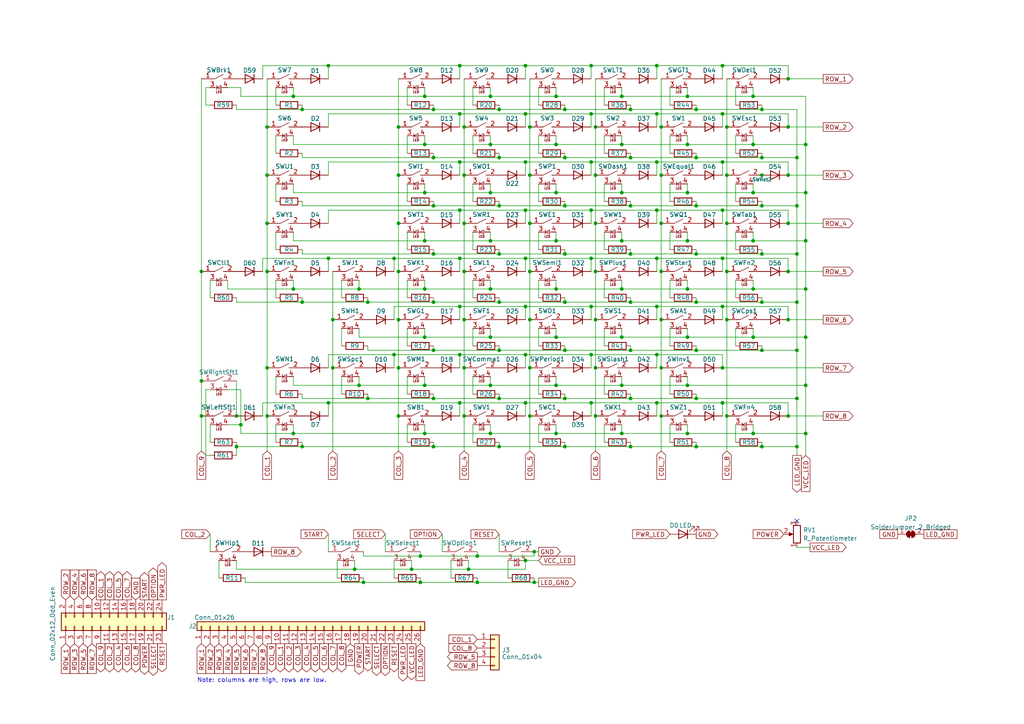
<source format=kicad_sch>
(kicad_sch (version 20230121) (generator eeschema)
  (paper "A4")
  (title_block (title "DecentXL - Modern") (date "2024-01-02") (rev "4") (comment 1 "Replacement keyboard for Atari XL computers"))
  (junction (at 77.47 36.83))
  (junction (at 115.57 36.83))
  (junction (at 201.93 101.6))
  (junction (at 163.83 73.66))
  (junction (at 152.4 60.96))
  (junction (at 115.57 50.8))
  (junction (at 231.14 87.63))
  (junction (at 68.58 129.54))
  (junction (at 220.98 45.72))
  (junction (at 199.39 55.88))
  (junction (at 218.44 27.94))
  (junction (at 142.24 83.82))
  (junction (at 125.73 31.75))
  (junction (at 220.98 87.63))
  (junction (at 191.77 50.8))
  (junction (at 152.4 19.05))
  (junction (at 231.14 73.66))
  (junction (at 134.62 50.8))
  (junction (at 125.73 59.69))
  (junction (at 201.93 31.75))
  (junction (at 133.35 19.05))
  (junction (at 231.14 115.57))
  (junction (at 201.93 45.72))
  (junction (at 163.83 101.6))
  (junction (at 233.68 111.76))
  (junction (at 218.44 83.82))
  (junction (at 115.57 78.74))
  (junction (at 154.94 168.91))
  (junction (at 125.73 115.57))
  (junction (at 87.63 31.75))
  (junction (at 123.19 69.85))
  (junction (at 95.25 116.84))
  (junction (at 220.98 101.6))
  (junction (at 199.39 111.76))
  (junction (at 182.88 45.72))
  (junction (at 133.35 88.9))
  (junction (at 163.83 59.69))
  (junction (at 190.5 19.05))
  (junction (at 121.92 168.91))
  (junction (at 190.5 116.84))
  (junction (at 180.34 41.91))
  (junction (at 209.55 60.96))
  (junction (at 123.19 97.79))
  (junction (at 233.68 125.73))
  (junction (at 218.44 125.73))
  (junction (at 77.47 78.74))
  (junction (at 114.3 102.87))
  (junction (at 87.63 129.54))
  (junction (at 220.98 59.69))
  (junction (at 104.14 83.82))
  (junction (at 180.34 55.88))
  (junction (at 77.47 50.8))
  (junction (at 220.98 129.54))
  (junction (at 233.68 97.79))
  (junction (at 191.77 36.83))
  (junction (at 209.55 88.9))
  (junction (at 142.24 55.88))
  (junction (at 153.67 36.83))
  (junction (at 58.42 120.65))
  (junction (at 121.92 161.29))
  (junction (at 180.34 125.73))
  (junction (at 87.63 87.63))
  (junction (at 182.88 31.75))
  (junction (at 115.57 92.71))
  (junction (at 161.29 69.85))
  (junction (at 142.24 97.79))
  (junction (at 190.5 46.99))
  (junction (at 114.3 74.93))
  (junction (at 152.4 102.87))
  (junction (at 153.67 92.71))
  (junction (at 172.72 120.65))
  (junction (at 182.88 59.69))
  (junction (at 144.78 115.57))
  (junction (at 135.89 165.1))
  (junction (at 220.98 50.8))
  (junction (at 233.68 83.82))
  (junction (at 231.14 101.6))
  (junction (at 209.55 33.02))
  (junction (at 123.19 125.73))
  (junction (at 161.29 41.91))
  (junction (at 115.57 120.65))
  (junction (at 190.5 102.87))
  (junction (at 201.93 115.57))
  (junction (at 138.43 161.29))
  (junction (at 152.4 116.84))
  (junction (at 144.78 129.54))
  (junction (at 106.68 115.57))
  (junction (at 152.4 88.9))
  (junction (at 228.6 22.86))
  (junction (at 144.78 31.75))
  (junction (at 199.39 27.94))
  (junction (at 172.72 78.74))
  (junction (at 142.24 111.76))
  (junction (at 190.5 88.9))
  (junction (at 77.47 106.68))
  (junction (at 133.35 60.96))
  (junction (at 210.82 50.8))
  (junction (at 191.77 120.65))
  (junction (at 85.09 83.82))
  (junction (at 191.77 106.68))
  (junction (at 199.39 125.73))
  (junction (at 210.82 120.65))
  (junction (at 134.62 120.65))
  (junction (at 133.35 116.84))
  (junction (at 163.83 129.54))
  (junction (at 125.73 101.6))
  (junction (at 161.29 97.79))
  (junction (at 144.78 59.69))
  (junction (at 218.44 55.88))
  (junction (at 123.19 41.91))
  (junction (at 142.24 69.85))
  (junction (at 153.67 120.65))
  (junction (at 68.58 120.65))
  (junction (at 199.39 69.85))
  (junction (at 191.77 64.77))
  (junction (at 182.88 87.63))
  (junction (at 228.6 120.65))
  (junction (at 138.43 168.91))
  (junction (at 171.45 88.9))
  (junction (at 180.34 69.85))
  (junction (at 142.24 41.91))
  (junction (at 210.82 64.77))
  (junction (at 233.68 55.88))
  (junction (at 171.45 74.93))
  (junction (at 125.73 73.66))
  (junction (at 231.14 129.54))
  (junction (at 163.83 45.72))
  (junction (at 199.39 41.91))
  (junction (at 154.94 160.02))
  (junction (at 209.55 46.99))
  (junction (at 231.14 59.69))
  (junction (at 123.19 27.94))
  (junction (at 190.5 33.02))
  (junction (at 218.44 69.85))
  (junction (at 69.85 123.19))
  (junction (at 201.93 73.66))
  (junction (at 182.88 101.6))
  (junction (at 182.88 129.54))
  (junction (at 209.55 106.68))
  (junction (at 152.4 74.93))
  (junction (at 228.6 92.71))
  (junction (at 58.42 110.49))
  (junction (at 201.93 87.63))
  (junction (at 152.4 46.99))
  (junction (at 161.29 125.73))
  (junction (at 144.78 45.72))
  (junction (at 171.45 19.05))
  (junction (at 77.47 64.77))
  (junction (at 134.62 64.77))
  (junction (at 171.45 102.87))
  (junction (at 125.73 129.54))
  (junction (at 161.29 27.94))
  (junction (at 123.19 111.76))
  (junction (at 134.62 106.68))
  (junction (at 210.82 36.83))
  (junction (at 123.19 83.82))
  (junction (at 180.34 83.82))
  (junction (at 171.45 60.96))
  (junction (at 58.42 78.74))
  (junction (at 182.88 73.66))
  (junction (at 161.29 83.82))
  (junction (at 133.35 102.87))
  (junction (at 144.78 73.66))
  (junction (at 220.98 31.75))
  (junction (at 115.57 64.77))
  (junction (at 133.35 33.02))
  (junction (at 228.6 36.83))
  (junction (at 102.87 165.1))
  (junction (at 182.88 115.57))
  (junction (at 152.4 33.02))
  (junction (at 161.29 111.76))
  (junction (at 172.72 36.83))
  (junction (at 191.77 78.74))
  (junction (at 134.62 36.83))
  (junction (at 199.39 97.79))
  (junction (at 201.93 129.54))
  (junction (at 125.73 45.72))
  (junction (at 144.78 87.63))
  (junction (at 209.55 74.93))
  (junction (at 163.83 31.75))
  (junction (at 218.44 41.91))
  (junction (at 220.98 73.66))
  (junction (at 190.5 74.93))
  (junction (at 209.55 19.05))
  (junction (at 133.35 46.99))
  (junction (at 210.82 78.74))
  (junction (at 77.47 120.65))
  (junction (at 171.45 46.99))
  (junction (at 142.24 27.94))
  (junction (at 199.39 83.82))
  (junction (at 171.45 33.02))
  (junction (at 95.25 74.93))
  (junction (at 153.67 106.68))
  (junction (at 180.34 97.79))
  (junction (at 105.41 168.91))
  (junction (at 161.29 55.88))
  (junction (at 133.35 74.93))
  (junction (at 210.82 92.71))
  (junction (at 172.72 64.77))
  (junction (at 95.25 19.05))
  (junction (at 106.68 87.63))
  (junction (at 228.6 64.77))
  (junction (at 163.83 87.63))
  (junction (at 172.72 50.8))
  (junction (at 152.4 162.56))
  (junction (at 163.83 115.57))
  (junction (at 233.68 69.85))
  (junction (at 190.5 60.96))
  (junction (at 218.44 97.79))
  (junction (at 134.62 78.74))
  (junction (at 172.72 106.68))
  (junction (at 115.57 106.68))
  (junction (at 191.77 92.71))
  (junction (at 171.45 116.84))
  (junction (at 228.6 50.8))
  (junction (at 142.24 125.73))
  (junction (at 233.68 41.91))
  (junction (at 231.14 45.72))
  (junction (at 172.72 92.71))
  (junction (at 180.34 111.76))
  (junction (at 153.67 50.8))
  (junction (at 119.38 165.1))
  (junction (at 85.09 125.73))
  (junction (at 85.09 27.94))
  (junction (at 123.19 55.88))
  (junction (at 134.62 92.71))
  (junction (at 228.6 78.74))
  (junction (at 201.93 59.69))
  (junction (at 104.14 111.76))
  (junction (at 96.52 92.71))
  (junction (at 144.78 101.6))
  (junction (at 209.55 116.84))
  (junction (at 125.73 87.63))
  (junction (at 180.34 27.94))
  (junction (at 153.67 78.74))
  (junction (at 153.67 64.77))
  (junction (at 96.52 106.68))
  (no_connect (at 231.14 151.13))
  (wire (pts (xy 125.73 31.75) (xy 125.73 30.48)))
  (wire (pts (xy 171.45 74.93) (xy 190.5 74.93)))
  (wire (pts (xy 138.43 168.91) (xy 121.92 168.91)))
  (wire (pts (xy 194.31 53.34) (xy 194.31 58.42)))
  (wire (pts (xy 182.88 87.63) (xy 163.83 87.63)))
  (wire (pts (xy 118.11 67.31) (xy 118.11 72.39)))
  (wire (pts (xy 156.21 95.25) (xy 156.21 100.33)))
  (wire (pts (xy 194.31 95.25) (xy 194.31 100.33)))
  (wire (pts (xy 96.52 78.74) (xy 96.52 92.71)))
  (wire (pts (xy 175.26 53.34) (xy 175.26 58.42)))
  (wire (pts (xy 190.5 33.02) (xy 190.5 36.83)))
  (wire (pts (xy 180.34 55.88) (xy 161.29 55.88)))
  (wire (pts (xy 163.83 101.6) (xy 163.83 100.33)))
  (wire (pts (xy 231.14 158.75) (xy 234.95 158.75)))
  (wire (pts (xy 85.09 69.85) (xy 85.09 67.31)))
  (wire (pts (xy 175.26 67.31) (xy 175.26 72.39)))
  (wire (pts (xy 118.11 81.28) (xy 118.11 86.36)))
  (wire (pts (xy 66.04 25.4) (xy 69.85 25.4)))
  (wire (pts (xy 161.29 97.79) (xy 142.24 97.79)))
  (wire (pts (xy 210.82 22.86) (xy 210.82 36.83)))
  (wire (pts (xy 190.5 116.84) (xy 190.5 120.65)))
  (wire (pts (xy 231.14 115.57) (xy 231.14 129.54)))
  (wire (pts (xy 144.78 87.63) (xy 144.78 86.36)))
  (wire (pts (xy 199.39 69.85) (xy 199.39 67.31)))
  (wire (pts (xy 201.93 45.72) (xy 201.93 44.45)))
  (wire (pts (xy 114.3 88.9) (xy 133.35 88.9)))
  (wire (pts (xy 85.09 41.91) (xy 85.09 39.37)))
  (wire (pts (xy 201.93 73.66) (xy 201.93 72.39)))
  (wire (pts (xy 172.72 64.77) (xy 172.72 78.74)))
  (wire (pts (xy 104.14 111.76) (xy 85.09 111.76)))
  (wire (pts (xy 96.52 92.71) (xy 96.52 106.68)))
  (wire (pts (xy 68.58 128.27) (xy 68.58 129.54)))
  (wire (pts (xy 85.09 125.73) (xy 69.85 125.73)))
  (wire (pts (xy 182.88 129.54) (xy 182.88 128.27)))
  (wire (pts (xy 68.58 129.54) (xy 68.58 132.08)))
  (wire (pts (xy 121.92 168.91) (xy 105.41 168.91)))
  (wire (pts (xy 228.6 36.83) (xy 238.76 36.83)))
  (wire (pts (xy 172.72 78.74) (xy 172.72 92.71)))
  (wire (pts (xy 137.16 109.22) (xy 137.16 114.3)))
  (wire (pts (xy 161.29 125.73) (xy 142.24 125.73)))
  (wire (pts (xy 182.88 45.72) (xy 182.88 44.45)))
  (wire (pts (xy 175.26 39.37) (xy 175.26 44.45)))
  (wire (pts (xy 87.63 45.72) (xy 87.63 44.45)))
  (wire (pts (xy 96.52 106.68) (xy 96.52 130.81)))
  (wire (pts (xy 180.34 97.79) (xy 161.29 97.79)))
  (wire (pts (xy 142.24 27.94) (xy 123.19 27.94)))
  (wire (pts (xy 133.35 60.96) (xy 152.4 60.96)))
  (wire (pts (xy 171.45 102.87) (xy 190.5 102.87)))
  (wire (pts (xy 125.73 87.63) (xy 106.68 87.63)))
  (wire (pts (xy 68.58 86.36) (xy 68.58 87.63)))
  (wire (pts (xy 142.24 55.88) (xy 123.19 55.88)))
  (wire (pts (xy 95.25 19.05) (xy 95.25 22.86)))
  (wire (pts (xy 104.14 83.82) (xy 85.09 83.82)))
  (wire (pts (xy 118.11 95.25) (xy 118.11 100.33)))
  (wire (pts (xy 199.39 55.88) (xy 180.34 55.88)))
  (wire (pts (xy 233.68 83.82) (xy 233.68 97.79)))
  (wire (pts (xy 77.47 106.68) (xy 77.47 120.65)))
  (wire (pts (xy 134.62 64.77) (xy 134.62 78.74)))
  (wire (pts (xy 152.4 116.84) (xy 171.45 116.84)))
  (wire (pts (xy 152.4 102.87) (xy 152.4 106.68)))
  (wire (pts (xy 144.78 31.75) (xy 144.78 30.48)))
  (wire (pts (xy 201.93 129.54) (xy 201.93 128.27)))
  (wire (pts (xy 199.39 125.73) (xy 180.34 125.73)))
  (wire (pts (xy 201.93 73.66) (xy 220.98 73.66)))
  (wire (pts (xy 180.34 111.76) (xy 180.34 109.22)))
  (wire (pts (xy 135.89 165.1) (xy 152.4 165.1)))
  (wire (pts (xy 171.45 88.9) (xy 171.45 92.71)))
  (wire (pts (xy 171.45 116.84) (xy 171.45 120.65)))
  (wire (pts (xy 201.93 86.36) (xy 201.93 87.63)))
  (wire (pts (xy 209.55 46.99) (xy 209.55 50.8)))
  (wire (pts (xy 182.88 115.57) (xy 163.83 115.57)))
  (wire (pts (xy 133.35 19.05) (xy 133.35 22.86)))
  (wire (pts (xy 144.78 115.57) (xy 144.78 114.3)))
  (wire (pts (xy 115.57 50.8) (xy 115.57 64.77)))
  (wire (pts (xy 190.5 102.87) (xy 190.5 106.68)))
  (wire (pts (xy 87.63 87.63) (xy 87.63 86.36)))
  (wire (pts (xy 218.44 69.85) (xy 233.68 69.85)))
  (wire (pts (xy 190.5 46.99) (xy 190.5 50.8)))
  (wire (pts (xy 133.35 116.84) (xy 152.4 116.84)))
  (wire (pts (xy 95.25 154.94) (xy 95.25 160.02)))
  (wire (pts (xy 85.09 27.94) (xy 85.09 25.4)))
  (wire (pts (xy 95.25 36.83) (xy 95.25 33.02)))
  (wire (pts (xy 210.82 78.74) (xy 210.82 92.71)))
  (wire (pts (xy 182.88 59.69) (xy 182.88 58.42)))
  (wire (pts (xy 144.78 59.69) (xy 144.78 58.42)))
  (wire (pts (xy 111.76 154.94) (xy 111.76 160.02)))
  (wire (pts (xy 233.68 125.73) (xy 233.68 132.08)))
  (wire (pts (xy 163.83 45.72) (xy 163.83 44.45)))
  (wire (pts (xy 80.01 53.34) (xy 80.01 58.42)))
  (wire (pts (xy 182.88 73.66) (xy 163.83 73.66)))
  (wire (pts (xy 153.67 106.68) (xy 153.67 120.65)))
  (wire (pts (xy 133.35 46.99) (xy 133.35 50.8)))
  (wire (pts (xy 144.78 154.94) (xy 144.78 160.02)))
  (wire (pts (xy 123.19 83.82) (xy 104.14 83.82)))
  (wire (pts (xy 220.98 45.72) (xy 201.93 45.72)))
  (wire (pts (xy 209.55 46.99) (xy 228.6 46.99)))
  (wire (pts (xy 156.21 25.4) (xy 156.21 30.48)))
  (wire (pts (xy 161.29 27.94) (xy 142.24 27.94)))
  (wire (pts (xy 106.68 115.57) (xy 106.68 114.3)))
  (wire (pts (xy 218.44 97.79) (xy 218.44 95.25)))
  (wire (pts (xy 210.82 64.77) (xy 210.82 78.74)))
  (wire (pts (xy 231.14 87.63) (xy 231.14 101.6)))
  (wire (pts (xy 152.4 88.9) (xy 171.45 88.9)))
  (wire (pts (xy 87.63 129.54) (xy 87.63 128.27)))
  (wire (pts (xy 153.67 78.74) (xy 153.67 92.71)))
  (wire (pts (xy 201.93 59.69) (xy 201.93 58.42)))
  (wire (pts (xy 58.42 120.65) (xy 58.42 130.81)))
  (wire (pts (xy 210.82 50.8) (xy 210.82 64.77)))
  (wire (pts (xy 194.31 25.4) (xy 194.31 30.48)))
  (wire (pts (xy 99.06 95.25) (xy 99.06 100.33)))
  (wire (pts (xy 125.73 101.6) (xy 125.73 100.33)))
  (wire (pts (xy 161.29 69.85) (xy 161.29 67.31)))
  (wire (pts (xy 228.6 64.77) (xy 238.76 64.77)))
  (wire (pts (xy 199.39 41.91) (xy 180.34 41.91)))
  (wire (pts (xy 144.78 31.75) (xy 125.73 31.75)))
  (wire (pts (xy 80.01 25.4) (xy 80.01 30.48)))
  (wire (pts (xy 220.98 101.6) (xy 231.14 101.6)))
  (wire (pts (xy 114.3 162.56) (xy 114.3 167.64)))
  (wire (pts (xy 76.2 22.86) (xy 76.2 19.05)))
  (wire (pts (xy 190.5 19.05) (xy 209.55 19.05)))
  (wire (pts (xy 199.39 81.28) (xy 199.39 83.82)))
  (wire (pts (xy 154.94 160.02) (xy 156.21 160.02)))
  (wire (pts (xy 153.67 120.65) (xy 153.67 130.81)))
  (wire (pts (xy 142.24 83.82) (xy 123.19 83.82)))
  (wire (pts (xy 114.3 92.71) (xy 114.3 88.9)))
  (wire (pts (xy 115.57 106.68) (xy 115.57 120.65)))
  (wire (pts (xy 69.85 27.94) (xy 69.85 25.4)))
  (wire (pts (xy 180.34 27.94) (xy 161.29 27.94)))
  (wire (pts (xy 87.63 73.66) (xy 87.63 72.39)))
  (wire (pts (xy 58.42 110.49) (xy 58.42 120.65)))
  (wire (pts (xy 152.4 33.02) (xy 152.4 36.83)))
  (wire (pts (xy 87.63 115.57) (xy 87.63 114.3)))
  (wire (pts (xy 218.44 83.82) (xy 233.68 83.82)))
  (wire (pts (xy 161.29 125.73) (xy 161.29 123.19)))
  (wire (pts (xy 194.31 109.22) (xy 194.31 114.3)))
  (wire (pts (xy 85.09 83.82) (xy 85.09 81.28)))
  (wire (pts (xy 77.47 22.86) (xy 77.47 36.83)))
  (wire (pts (xy 133.35 19.05) (xy 152.4 19.05)))
  (wire (pts (xy 133.35 46.99) (xy 152.4 46.99)))
  (wire (pts (xy 152.4 60.96) (xy 171.45 60.96)))
  (wire (pts (xy 114.3 74.93) (xy 133.35 74.93)))
  (wire (pts (xy 76.2 116.84) (xy 95.25 116.84)))
  (wire (pts (xy 190.5 74.93) (xy 190.5 78.74)))
  (wire (pts (xy 153.67 92.71) (xy 153.67 106.68)))
  (wire (pts (xy 180.34 55.88) (xy 180.34 53.34)))
  (wire (pts (xy 144.78 101.6) (xy 144.78 100.33)))
  (wire (pts (xy 161.29 27.94) (xy 161.29 25.4)))
  (wire (pts (xy 114.3 102.87) (xy 114.3 106.68)))
  (wire (pts (xy 209.55 33.02) (xy 209.55 36.83)))
  (wire (pts (xy 137.16 67.31) (xy 137.16 72.39)))
  (wire (pts (xy 201.93 87.63) (xy 220.98 87.63)))
  (wire (pts (xy 201.93 31.75) (xy 220.98 31.75)))
  (wire (pts (xy 123.19 27.94) (xy 123.19 25.4)))
  (wire (pts (xy 180.34 41.91) (xy 180.34 39.37)))
  (wire (pts (xy 172.72 22.86) (xy 172.72 36.83)))
  (wire (pts (xy 95.25 120.65) (xy 95.25 116.84)))
  (wire (pts (xy 231.14 31.75) (xy 231.14 45.72)))
  (wire (pts (xy 87.63 59.69) (xy 125.73 59.69)))
  (wire (pts (xy 199.39 41.91) (xy 218.44 41.91)))
  (wire (pts (xy 228.6 46.99) (xy 228.6 50.8)))
  (wire (pts (xy 219.71 50.8) (xy 220.98 50.8)))
  (wire (pts (xy 163.83 59.69) (xy 163.83 58.42)))
  (wire (pts (xy 190.5 88.9) (xy 209.55 88.9)))
  (wire (pts (xy 76.2 74.93) (xy 95.25 74.93)))
  (wire (pts (xy 175.26 81.28) (xy 175.26 86.36)))
  (wire (pts (xy 163.83 129.54) (xy 144.78 129.54)))
  (wire (pts (xy 201.93 31.75) (xy 201.93 30.48)))
  (wire (pts (xy 63.5 162.56) (xy 63.5 167.64)))
  (wire (pts (xy 152.4 165.1) (xy 152.4 162.56)))
  (wire (pts (xy 191.77 106.68) (xy 191.77 120.65)))
  (wire (pts (xy 105.41 161.29) (xy 121.92 161.29)))
  (wire (pts (xy 199.39 125.73) (xy 199.39 123.19)))
  (wire (pts (xy 190.5 74.93) (xy 209.55 74.93)))
  (wire (pts (xy 190.5 33.02) (xy 209.55 33.02)))
  (wire (pts (xy 218.44 41.91) (xy 218.44 39.37)))
  (wire (pts (xy 66.04 123.19) (xy 69.85 123.19)))
  (wire (pts (xy 218.44 41.91) (xy 233.68 41.91)))
  (wire (pts (xy 99.06 109.22) (xy 99.06 114.3)))
  (wire (pts (xy 199.39 55.88) (xy 218.44 55.88)))
  (wire (pts (xy 142.24 27.94) (xy 142.24 25.4)))
  (wire (pts (xy 68.58 165.1) (xy 102.87 165.1)))
  (wire (pts (xy 66.04 83.82) (xy 85.09 83.82)))
  (wire (pts (xy 125.73 59.69) (xy 144.78 59.69)))
  (wire (pts (xy 220.98 73.66) (xy 220.98 72.39)))
  (wire (pts (xy 209.55 74.93) (xy 209.55 78.74)))
  (wire (pts (xy 130.81 162.56) (xy 130.81 167.64)))
  (wire (pts (xy 142.24 83.82) (xy 142.24 81.28)))
  (wire (pts (xy 199.39 39.37) (xy 199.39 41.91)))
  (wire (pts (xy 134.62 22.86) (xy 134.62 36.83)))
  (wire (pts (xy 231.14 45.72) (xy 231.14 59.69)))
  (wire (pts (xy 180.34 83.82) (xy 199.39 83.82)))
  (wire (pts (xy 171.45 33.02) (xy 190.5 33.02)))
  (wire (pts (xy 77.47 64.77) (xy 77.47 78.74)))
  (wire (pts (xy 95.25 78.74) (xy 95.25 74.93)))
  (wire (pts (xy 171.45 88.9) (xy 190.5 88.9)))
  (wire (pts (xy 233.68 111.76) (xy 233.68 125.73)))
  (wire (pts (xy 194.31 123.19) (xy 194.31 128.27)))
  (wire (pts (xy 125.73 115.57) (xy 106.68 115.57)))
  (wire (pts (xy 201.93 115.57) (xy 231.14 115.57)))
  (wire (pts (xy 87.63 31.75) (xy 87.63 30.48)))
  (wire (pts (xy 213.36 25.4) (xy 213.36 30.48)))
  (wire (pts (xy 209.55 102.87) (xy 209.55 106.68)))
  (wire (pts (xy 152.4 102.87) (xy 171.45 102.87)))
  (wire (pts (xy 152.4 46.99) (xy 152.4 50.8)))
  (wire (pts (xy 161.29 41.91) (xy 142.24 41.91)))
  (wire (pts (xy 144.78 101.6) (xy 125.73 101.6)))
  (wire (pts (xy 213.36 67.31) (xy 213.36 72.39)))
  (wire (pts (xy 182.88 101.6) (xy 163.83 101.6)))
  (wire (pts (xy 115.57 78.74) (xy 115.57 92.71)))
  (wire (pts (xy 154.94 168.91) (xy 156.21 168.91)))
  (wire (pts (xy 180.34 125.73) (xy 161.29 125.73)))
  (wire (pts (xy 209.55 88.9) (xy 228.6 88.9)))
  (wire (pts (xy 123.19 125.73) (xy 123.19 123.19)))
  (wire (pts (xy 171.45 102.87) (xy 171.45 106.68)))
  (wire (pts (xy 123.19 97.79) (xy 104.14 97.79)))
  (wire (pts (xy 220.98 30.48) (xy 220.98 31.75)))
  (wire (pts (xy 199.39 55.88) (xy 199.39 53.34)))
  (wire (pts (xy 142.24 111.76) (xy 123.19 111.76)))
  (wire (pts (xy 199.39 27.94) (xy 199.39 25.4)))
  (wire (pts (xy 119.38 162.56) (xy 119.38 165.1)))
  (wire (pts (xy 95.25 106.68) (xy 95.25 102.87)))
  (wire (pts (xy 171.45 116.84) (xy 190.5 116.84)))
  (wire (pts (xy 137.16 25.4) (xy 137.16 30.48)))
  (wire (pts (xy 142.24 97.79) (xy 142.24 95.25)))
  (wire (pts (xy 163.83 129.54) (xy 163.83 128.27)))
  (wire (pts (xy 182.88 114.3) (xy 182.88 115.57)))
  (wire (pts (xy 213.36 53.34) (xy 213.36 58.42)))
  (wire (pts (xy 154.94 167.64) (xy 154.94 168.91)))
  (wire (pts (xy 125.73 45.72) (xy 87.63 45.72)))
  (wire (pts (xy 133.35 74.93) (xy 152.4 74.93)))
  (wire (pts (xy 175.26 109.22) (xy 175.26 114.3)))
  (wire (pts (xy 213.36 39.37) (xy 213.36 44.45)))
  (wire (pts (xy 163.83 115.57) (xy 163.83 114.3)))
  (wire (pts (xy 135.89 162.56) (xy 135.89 165.1)))
  (wire (pts (xy 142.24 55.88) (xy 142.24 53.34)))
  (wire (pts (xy 60.96 81.28) (xy 60.96 86.36)))
  (wire (pts (xy 95.25 74.93) (xy 114.3 74.93)))
  (wire (pts (xy 125.73 59.69) (xy 125.73 58.42)))
  (wire (pts (xy 199.39 27.94) (xy 180.34 27.94)))
  (wire (pts (xy 171.45 46.99) (xy 171.45 50.8)))
  (wire (pts (xy 220.98 86.36) (xy 220.98 87.63)))
  (wire (pts (xy 153.67 50.8) (xy 153.67 64.77)))
  (wire (pts (xy 213.36 81.28) (xy 213.36 86.36)))
  (wire (pts (xy 171.45 46.99) (xy 190.5 46.99)))
  (wire (pts (xy 182.88 45.72) (xy 201.93 45.72)))
  (wire (pts (xy 152.4 88.9) (xy 152.4 92.71)))
  (wire (pts (xy 118.11 53.34) (xy 118.11 58.42)))
  (wire (pts (xy 125.73 87.63) (xy 125.73 86.36)))
  (wire (pts (xy 199.39 111.76) (xy 180.34 111.76)))
  (wire (pts (xy 220.98 59.69) (xy 220.98 58.42)))
  (wire (pts (xy 138.43 161.29) (xy 138.43 160.02)))
  (wire (pts (xy 190.5 46.99) (xy 209.55 46.99)))
  (wire (pts (xy 228.6 120.65) (xy 238.76 120.65)))
  (wire (pts (xy 77.47 36.83) (xy 77.47 50.8)))
  (wire (pts (xy 152.4 74.93) (xy 171.45 74.93)))
  (wire (pts (xy 133.35 60.96) (xy 133.35 64.77)))
  (wire (pts (xy 180.34 111.76) (xy 161.29 111.76)))
  (wire (pts (xy 123.19 69.85) (xy 123.19 67.31)))
  (wire (pts (xy 80.01 81.28) (xy 80.01 86.36)))
  (wire (pts (xy 172.72 120.65) (xy 172.72 130.81)))
  (wire (pts (xy 163.83 31.75) (xy 144.78 31.75)))
  (wire (pts (xy 201.93 129.54) (xy 182.88 129.54)))
  (wire (pts (xy 199.39 27.94) (xy 218.44 27.94)))
  (wire (pts (xy 142.24 69.85) (xy 142.24 67.31)))
  (wire (pts (xy 180.34 125.73) (xy 180.34 123.19)))
  (wire (pts (xy 161.29 83.82) (xy 161.29 81.28)))
  (wire (pts (xy 209.55 88.9) (xy 209.55 92.71)))
  (wire (pts (xy 104.14 97.79) (xy 104.14 95.25)))
  (wire (pts (xy 209.55 116.84) (xy 209.55 120.65)))
  (wire (pts (xy 163.83 87.63) (xy 144.78 87.63)))
  (wire (pts (xy 125.73 73.66) (xy 87.63 73.66)))
  (wire (pts (xy 121.92 160.02) (xy 121.92 161.29)))
  (wire (pts (xy 134.62 120.65) (xy 134.62 130.81)))
  (wire (pts (xy 220.98 128.27) (xy 220.98 129.54)))
  (wire (pts (xy 209.55 60.96) (xy 209.55 64.77)))
  (wire (pts (xy 194.31 81.28) (xy 194.31 86.36)))
  (wire (pts (xy 87.63 129.54) (xy 125.73 129.54)))
  (wire (pts (xy 152.4 74.93) (xy 152.4 78.74)))
  (wire (pts (xy 115.57 64.77) (xy 115.57 78.74)))
  (wire (pts (xy 125.73 115.57) (xy 125.73 114.3)))
  (wire (pts (xy 114.3 74.93) (xy 114.3 78.74)))
  (wire (pts (xy 87.63 31.75) (xy 125.73 31.75)))
  (wire (pts (xy 199.39 69.85) (xy 218.44 69.85)))
  (wire (pts (xy 199.39 111.76) (xy 233.68 111.76)))
  (wire (pts (xy 85.09 111.76) (xy 85.09 109.22)))
  (wire (pts (xy 228.6 60.96) (xy 228.6 64.77)))
  (wire (pts (xy 137.16 123.19) (xy 137.16 128.27)))
  (wire (pts (xy 68.58 31.75) (xy 87.63 31.75)))
  (wire (pts (xy 228.6 78.74) (xy 238.76 78.74)))
  (wire (pts (xy 231.14 129.54) (xy 231.14 132.08)))
  (wire (pts (xy 121.92 161.29) (xy 138.43 161.29)))
  (wire (pts (xy 191.77 36.83) (xy 191.77 50.8)))
  (wire (pts (xy 144.78 59.69) (xy 163.83 59.69)))
  (wire (pts (xy 228.6 88.9) (xy 228.6 92.71)))
  (wire (pts (xy 137.16 95.25) (xy 137.16 100.33)))
  (wire (pts (xy 163.83 31.75) (xy 182.88 31.75)))
  (wire (pts (xy 220.98 31.75) (xy 231.14 31.75)))
  (wire (pts (xy 133.35 33.02) (xy 133.35 36.83)))
  (wire (pts (xy 228.6 22.86) (xy 238.76 22.86)))
  (wire (pts (xy 87.63 58.42) (xy 87.63 59.69)))
  (wire (pts (xy 95.25 116.84) (xy 133.35 116.84)))
  (wire (pts (xy 142.24 111.76) (xy 142.24 109.22)))
  (wire (pts (xy 190.5 60.96) (xy 209.55 60.96)))
  (wire (pts (xy 97.79 162.56) (xy 97.79 167.64)))
  (wire (pts (xy 69.85 27.94) (xy 85.09 27.94)))
  (wire (pts (xy 233.68 97.79) (xy 233.68 111.76)))
  (wire (pts (xy 58.42 22.86) (xy 58.42 78.74)))
  (wire (pts (xy 152.4 46.99) (xy 171.45 46.99)))
  (wire (pts (xy 199.39 125.73) (xy 218.44 125.73)))
  (wire (pts (xy 60.96 25.4) (xy 59.69 25.4)))
  (wire (pts (xy 163.83 30.48) (xy 163.83 31.75)))
  (wire (pts (xy 156.21 109.22) (xy 156.21 114.3)))
  (wire (pts (xy 133.35 88.9) (xy 152.4 88.9)))
  (wire (pts (xy 191.77 78.74) (xy 191.77 92.71)))
  (wire (pts (xy 190.5 60.96) (xy 190.5 64.77)))
  (wire (pts (xy 191.77 92.71) (xy 191.77 106.68)))
  (wire (pts (xy 59.69 113.03) (xy 59.69 132.08)))
  (wire (pts (xy 123.19 55.88) (xy 123.19 53.34)))
  (wire (pts (xy 182.88 59.69) (xy 201.93 59.69)))
  (wire (pts (xy 161.29 83.82) (xy 142.24 83.82)))
  (wire (pts (xy 137.16 39.37) (xy 137.16 44.45)))
  (wire (pts (xy 194.31 67.31) (xy 194.31 72.39)))
  (wire (pts (xy 210.82 36.83) (xy 210.82 50.8)))
  (wire (pts (xy 95.25 60.96) (xy 133.35 60.96)))
  (wire (pts (xy 115.57 22.86) (xy 115.57 36.83)))
  (wire (pts (xy 163.83 87.63) (xy 163.83 86.36)))
  (wire (pts (xy 134.62 92.71) (xy 134.62 106.68)))
  (wire (pts (xy 152.4 19.05) (xy 152.4 22.86)))
  (wire (pts (xy 201.93 100.33) (xy 201.93 101.6)))
  (wire (pts (xy 133.35 33.02) (xy 152.4 33.02)))
  (wire (pts (xy 218.44 25.4) (xy 218.44 27.94)))
  (wire (pts (xy 180.34 95.25) (xy 180.34 97.79)))
  (wire (pts (xy 76.2 78.74) (xy 76.2 74.93)))
  (wire (pts (xy 171.45 33.02) (xy 171.45 36.83)))
  (wire (pts (xy 76.2 19.05) (xy 95.25 19.05)))
  (wire (pts (xy 172.72 36.83) (xy 172.72 50.8)))
  (wire (pts (xy 77.47 120.65) (xy 77.47 130.81)))
  (wire (pts (xy 123.19 97.79) (xy 123.19 95.25)))
  (wire (pts (xy 171.45 19.05) (xy 171.45 22.86)))
  (wire (pts (xy 76.2 120.65) (xy 76.2 116.84)))
  (wire (pts (xy 218.44 97.79) (xy 233.68 97.79)))
  (wire (pts (xy 68.58 165.1) (xy 68.58 162.56)))
  (wire (pts (xy 133.35 102.87) (xy 133.35 106.68)))
  (wire (pts (xy 233.68 41.91) (xy 233.68 55.88)))
  (wire (pts (xy 218.44 125.73) (xy 233.68 125.73)))
  (wire (pts (xy 59.69 25.4) (xy 59.69 30.48)))
  (wire (pts (xy 209.55 60.96) (xy 228.6 60.96)))
  (wire (pts (xy 125.73 129.54) (xy 125.73 128.27)))
  (wire (pts (xy 58.42 78.74) (xy 58.42 110.49)))
  (wire (pts (xy 156.21 53.34) (xy 156.21 58.42)))
  (wire (pts (xy 125.73 101.6) (xy 106.68 101.6)))
  (wire (pts (xy 213.36 95.25) (xy 213.36 100.33)))
  (wire (pts (xy 180.34 83.82) (xy 161.29 83.82)))
  (wire (pts (xy 182.88 72.39) (xy 182.88 73.66)))
  (wire (pts (xy 60.96 123.19) (xy 60.96 128.27)))
  (wire (pts (xy 99.06 81.28) (xy 99.06 86.36)))
  (wire (pts (xy 191.77 120.65) (xy 191.77 130.81)))
  (wire (pts (xy 121.92 168.91) (xy 121.92 167.64)))
  (wire (pts (xy 153.67 64.77) (xy 153.67 78.74)))
  (wire (pts (xy 102.87 165.1) (xy 119.38 165.1)))
  (wire (pts (xy 201.93 101.6) (xy 220.98 101.6)))
  (wire (pts (xy 60.96 154.94) (xy 60.96 160.02)))
  (wire (pts (xy 59.69 132.08) (xy 60.96 132.08)))
  (wire (pts (xy 171.45 60.96) (xy 171.45 64.77)))
  (wire (pts (xy 102.87 162.56) (xy 102.87 165.1)))
  (wire (pts (xy 175.26 25.4) (xy 175.26 30.48)))
  (wire (pts (xy 134.62 36.83) (xy 134.62 50.8)))
  (wire (pts (xy 220.98 59.69) (xy 231.14 59.69)))
  (wire (pts (xy 209.55 19.05) (xy 228.6 19.05)))
  (wire (pts (xy 191.77 50.8) (xy 191.77 64.77)))
  (wire (pts (xy 171.45 60.96) (xy 190.5 60.96)))
  (wire (pts (xy 182.88 86.36) (xy 182.88 87.63)))
  (wire (pts (xy 106.68 87.63) (xy 87.63 87.63)))
  (wire (pts (xy 175.26 123.19) (xy 175.26 128.27)))
  (wire (pts (xy 190.5 102.87) (xy 209.55 102.87)))
  (wire (pts (xy 180.34 97.79) (xy 199.39 97.79)))
  (wire (pts (xy 161.29 111.76) (xy 161.29 109.22)))
  (wire (pts (xy 220.98 73.66) (xy 231.14 73.66)))
  (wire (pts (xy 85.09 55.88) (xy 85.09 53.34)))
  (wire (pts (xy 156.21 123.19) (xy 156.21 128.27)))
  (wire (pts (xy 154.94 168.91) (xy 138.43 168.91)))
  (wire (pts (xy 220.98 129.54) (xy 201.93 129.54)))
  (wire (pts (xy 68.58 30.48) (xy 68.58 31.75)))
  (wire (pts (xy 182.88 101.6) (xy 201.93 101.6)))
  (wire (pts (xy 182.88 115.57) (xy 201.93 115.57)))
  (wire (pts (xy 190.5 88.9) (xy 190.5 92.71)))
  (wire (pts (xy 134.62 106.68) (xy 134.62 120.65)))
  (wire (pts (xy 180.34 67.31) (xy 180.34 69.85)))
  (wire (pts (xy 180.34 81.28) (xy 180.34 83.82)))
  (wire (pts (xy 144.78 129.54) (xy 144.78 128.27)))
  (wire (pts (xy 201.93 59.69) (xy 220.98 59.69)))
  (wire (pts (xy 144.78 129.54) (xy 125.73 129.54)))
  (wire (pts (xy 220.98 129.54) (xy 231.14 129.54)))
  (wire (pts (xy 95.25 33.02) (xy 133.35 33.02)))
  (wire (pts (xy 119.38 165.1) (xy 135.89 165.1)))
  (wire (pts (xy 220.98 101.6) (xy 220.98 100.33)))
  (wire (pts (xy 123.19 83.82) (xy 123.19 81.28)))
  (wire (pts (xy 154.94 160.02) (xy 154.94 161.29)))
  (wire (pts (xy 125.73 73.66) (xy 125.73 72.39)))
  (wire (pts (xy 163.83 101.6) (xy 144.78 101.6)))
  (wire (pts (xy 228.6 50.8) (xy 238.76 50.8)))
  (wire (pts (xy 80.01 109.22) (xy 80.01 114.3)))
  (wire (pts (xy 152.4 19.05) (xy 171.45 19.05)))
  (wire (pts (xy 175.26 95.25) (xy 175.26 100.33)))
  (wire (pts (xy 115.57 92.71) (xy 115.57 106.68)))
  (wire (pts (xy 134.62 50.8) (xy 134.62 64.77)))
  (wire (pts (xy 134.62 78.74) (xy 134.62 92.71)))
  (wire (pts (xy 118.11 39.37) (xy 118.11 44.45)))
  (wire (pts (xy 220.98 87.63) (xy 231.14 87.63)))
  (wire (pts (xy 153.67 36.83) (xy 153.67 50.8)))
  (wire (pts (xy 142.24 125.73) (xy 123.19 125.73)))
  (wire (pts (xy 142.24 41.91) (xy 123.19 41.91)))
  (wire (pts (xy 106.68 87.63) (xy 106.68 86.36)))
  (wire (pts (xy 218.44 69.85) (xy 218.44 67.31)))
  (wire (pts (xy 138.43 168.91) (xy 138.43 167.64)))
  (wire (pts (xy 114.3 102.87) (xy 133.35 102.87)))
  (wire (pts (xy 231.14 101.6) (xy 231.14 115.57)))
  (wire (pts (xy 142.24 97.79) (xy 123.19 97.79)))
  (wire (pts (xy 133.35 88.9) (xy 133.35 92.71)))
  (wire (pts (xy 201.93 114.3) (xy 201.93 115.57)))
  (wire (pts (xy 182.88 129.54) (xy 163.83 129.54)))
  (wire (pts (xy 199.39 109.22) (xy 199.39 111.76)))
  (wire (pts (xy 142.24 69.85) (xy 123.19 69.85)))
  (wire (pts (xy 163.83 73.66) (xy 144.78 73.66)))
  (wire (pts (xy 123.19 111.76) (xy 104.14 111.76)))
  (wire (pts (xy 199.39 97.79) (xy 218.44 97.79)))
  (wire (pts (xy 144.78 45.72) (xy 125.73 45.72)))
  (wire (pts (xy 231.14 59.69) (xy 231.14 73.66)))
  (wire (pts (xy 77.47 50.8) (xy 77.47 64.77)))
  (wire (pts (xy 137.16 53.34) (xy 137.16 58.42)))
  (wire (pts (xy 95.25 46.99) (xy 133.35 46.99)))
  (wire (pts (xy 199.39 83.82) (xy 218.44 83.82)))
  (wire (pts (xy 118.11 109.22) (xy 118.11 114.3)))
  (wire (pts (xy 172.72 92.71) (xy 172.72 106.68)))
  (wire (pts (xy 172.72 50.8) (xy 172.72 64.77)))
  (wire (pts (xy 95.25 64.77) (xy 95.25 60.96)))
  (wire (pts (xy 59.69 30.48) (xy 60.96 30.48)))
  (wire (pts (xy 106.68 101.6) (xy 106.68 100.33)))
  (wire (pts (xy 128.27 154.94) (xy 128.27 160.02)))
  (wire (pts (xy 133.35 74.93) (xy 133.35 78.74)))
  (wire (pts (xy 123.19 41.91) (xy 85.09 41.91)))
  (wire (pts (xy 123.19 69.85) (xy 85.09 69.85)))
  (wire (pts (xy 80.01 39.37) (xy 80.01 44.45)))
  (wire (pts (xy 133.35 102.87) (xy 152.4 102.87)))
  (wire (pts (xy 161.29 69.85) (xy 142.24 69.85)))
  (wire (pts (xy 104.14 83.82) (xy 104.14 81.28)))
  (wire (pts (xy 77.47 78.74) (xy 77.47 106.68)))
  (wire (pts (xy 218.44 123.19) (xy 218.44 125.73)))
  (wire (pts (xy 233.68 55.88) (xy 233.68 69.85)))
  (wire (pts (xy 180.34 41.91) (xy 161.29 41.91)))
  (wire (pts (xy 191.77 64.77) (xy 191.77 78.74)))
  (wire (pts (xy 95.25 50.8) (xy 95.25 46.99)))
  (wire (pts (xy 71.12 168.91) (xy 105.41 168.91)))
  (wire (pts (xy 152.4 116.84) (xy 152.4 120.65)))
  (wire (pts (xy 182.88 31.75) (xy 201.93 31.75)))
  (wire (pts (xy 210.82 120.65) (xy 210.82 130.81)))
  (wire (pts (xy 163.83 59.69) (xy 182.88 59.69)))
  (wire (pts (xy 95.25 102.87) (xy 114.3 102.87)))
  (wire (pts (xy 66.04 113.03) (xy 69.85 113.03)))
  (wire (pts (xy 218.44 81.28) (xy 218.44 83.82)))
  (wire (pts (xy 144.78 73.66) (xy 144.78 72.39)))
  (wire (pts (xy 182.88 100.33) (xy 182.88 101.6)))
  (wire (pts (xy 125.73 45.72) (xy 125.73 44.45)))
  (wire (pts (xy 210.82 92.71) (xy 210.82 120.65)))
  (wire (pts (xy 218.44 27.94) (xy 233.68 27.94)))
  (wire (pts (xy 123.19 41.91) (xy 123.19 39.37)))
  (wire (pts (xy 115.57 36.83) (xy 115.57 50.8)))
  (wire (pts (xy 161.29 55.88) (xy 142.24 55.88)))
  (wire (pts (xy 180.34 69.85) (xy 199.39 69.85)))
  (wire (pts (xy 152.4 33.02) (xy 171.45 33.02)))
  (wire (pts (xy 172.72 106.68) (xy 172.72 120.65)))
  (wire (pts (xy 156.21 39.37) (xy 156.21 44.45)))
  (wire (pts (xy 144.78 44.45) (xy 144.78 45.72)))
  (wire (pts (xy 152.4 162.56) (xy 156.21 162.56)))
  (wire (pts (xy 213.36 123.19) (xy 213.36 128.27)))
  (wire (pts (xy 153.67 22.86) (xy 153.67 36.83)))
  (wire (pts (xy 95.25 19.05) (xy 133.35 19.05)))
  (wire (pts (xy 85.09 27.94) (xy 123.19 27.94)))
  (wire (pts (xy 191.77 22.86) (xy 191.77 36.83)))
  (wire (pts (xy 161.29 55.88) (xy 161.29 53.34)))
  (wire (pts (xy 85.09 125.73) (xy 85.09 123.19)))
  (wire (pts (xy 137.16 81.28) (xy 137.16 86.36)))
  (wire (pts (xy 163.83 73.66) (xy 163.83 72.39)))
  (wire (pts (xy 180.34 27.94) (xy 180.34 25.4)))
  (wire (pts (xy 144.78 45.72) (xy 163.83 45.72)))
  (wire (pts (xy 154.94 161.29) (xy 138.43 161.29)))
  (wire (pts (xy 106.68 115.57) (xy 87.63 115.57)))
  (wire (pts (xy 118.11 123.19) (xy 118.11 128.27)))
  (wire (pts (xy 171.45 19.05) (xy 190.5 19.05)))
  (wire (pts (xy 161.29 41.91) (xy 161.29 39.37)))
  (wire (pts (xy 80.01 67.31) (xy 80.01 72.39)))
  (wire (pts (xy 152.4 60.96) (xy 152.4 64.77)))
  (wire (pts (xy 228.6 92.71) (xy 238.76 92.71)))
  (wire (pts (xy 163.83 45.72) (xy 182.88 45.72)))
  (wire (pts (xy 69.85 123.19) (xy 69.85 125.73)))
  (wire (pts (xy 68.58 129.54) (xy 87.63 129.54)))
  (wire (pts (xy 228.6 74.93) (xy 228.6 78.74)))
  (wire (pts (xy 194.31 39.37) (xy 194.31 44.45)))
  (wire (pts (xy 182.88 73.66) (xy 201.93 73.66)))
  (wire (pts (xy 180.34 69.85) (xy 161.29 69.85)))
  (wire (pts (xy 171.45 74.93) (xy 171.45 78.74)))
  (wire (pts (xy 156.21 81.28) (xy 156.21 86.36)))
  (wire (pts (xy 228.6 120.65) (xy 228.6 116.84)))
  (wire (pts (xy 209.55 74.93) (xy 228.6 74.93)))
  (wire (pts (xy 233.68 69.85) (xy 233.68 83.82)))
  (wire (pts (xy 144.78 73.66) (xy 125.73 73.66)))
  (wire (pts (xy 105.41 168.91) (xy 105.41 167.64)))
  (wire (pts (xy 218.44 55.88) (xy 233.68 55.88)))
  (wire (pts (xy 115.57 120.65) (xy 115.57 130.81)))
  (wire (pts (xy 190.5 116.84) (xy 209.55 116.84)))
  (wire (pts (xy 71.12 167.64) (xy 71.12 168.91)))
  (wire (pts (xy 142.24 41.91) (xy 142.24 39.37)))
  (wire (pts (xy 147.32 162.56) (xy 147.32 167.64)))
  (wire (pts (xy 233.68 27.94) (xy 233.68 41.91)))
  (wire (pts (xy 144.78 115.57) (xy 125.73 115.57)))
  (wire (pts (xy 182.88 30.48) (xy 182.88 31.75)))
  (wire (pts (xy 163.83 115.57) (xy 144.78 115.57)))
  (wire (pts (xy 123.19 55.88) (xy 85.09 55.88)))
  (wire (pts (xy 144.78 87.63) (xy 125.73 87.63)))
  (wire (pts (xy 182.88 87.63) (xy 201.93 87.63)))
  (wire (pts (xy 209.55 19.05) (xy 209.55 22.86)))
  (wire (pts (xy 238.76 106.68) (xy 209.55 106.68)))
  (wire (pts (xy 190.5 19.05) (xy 190.5 22.86)))
  (wire (pts (xy 68.58 87.63) (xy 87.63 87.63)))
  (wire (pts (xy 209.55 116.84) (xy 228.6 116.84)))
  (wire (pts (xy 199.39 95.25) (xy 199.39 97.79)))
  (wire (pts (xy 104.14 111.76) (xy 104.14 109.22)))
  (wire (pts (xy 80.01 123.19) (xy 80.01 128.27)))
  (wire (pts (xy 66.04 81.28) (xy 66.04 83.82)))
  (wire (pts (xy 161.29 97.79) (xy 161.29 95.25)))
  (wire (pts (xy 118.11 25.4) (xy 118.11 30.48)))
  (wire (pts (xy 68.58 110.49) (xy 68.58 120.65)))
  (wire (pts (xy 69.85 113.03) (xy 69.85 123.19)))
  (wire (pts (xy 60.96 113.03) (xy 59.69 113.03)))
  (wire (pts (xy 209.55 33.02) (xy 228.6 33.02)))
  (wire (pts (xy 228.6 33.02) (xy 228.6 36.83)))
  (wire (pts (xy 142.24 125.73) (xy 142.24 123.19)))
  (wire (pts (xy 220.98 45.72) (xy 231.14 45.72)))
  (wire (pts (xy 161.29 111.76) (xy 142.24 111.76)))
  (wire (pts (xy 85.09 125.73) (xy 123.19 125.73)))
  (wire (pts (xy 156.21 67.31) (xy 156.21 72.39)))
  (wire (pts (xy 133.35 116.84) (xy 133.35 120.65)))
  (wire (pts (xy 218.44 55.88) (xy 218.44 53.34)))
  (wire (pts (xy 231.14 73.66) (xy 231.14 87.63)))
  (wire (pts (xy 123.19 111.76) (xy 123.19 109.22)))
  (wire (pts (xy 228.6 19.05) (xy 228.6 22.86)))
  (wire (pts (xy 105.41 161.29) (xy 105.41 160.02)))
  (wire (pts (xy 220.98 44.45) (xy 220.98 45.72)))
  (text "Note: columns are high, rows are low." (at 57.15 198.12 0) (effects (font (size 1.27 1.27)) (justify left bottom)))
  (global_label "POWER" (shape output) (at 41.91 186.69 270) (property "Intersheetrefs" "${INTERSHEET_REFS}" (effects hide)))
  (global_label "COL_7" (shape output) (at 96.52 186.69 270) (property "Intersheetrefs" "${INTERSHEET_REFS}" (effects hide)))
  (global_label "ROW_8" (shape output) (at 78.74 160.02 0) (property "Intersheetrefs" "${INTERSHEET_REFS}" (effects hide)))
  (global_label "SELECT" (shape output) (at 44.45 186.69 270) (property "Intersheetrefs" "${INTERSHEET_REFS}" (effects hide)))
  (global_label "GND" (shape passive) (at 260.35 154.94 180) (property "Intersheetrefs" "${INTERSHEET_REFS}" (effects hide)))
  (global_label "COL_2" (shape input) (at 60.96 154.94 180) (property "Intersheetrefs" "${INTERSHEET_REFS}" (effects hide)))
  (global_label "ROW_8" (shape input) (at 76.2 186.69 270) (property "Intersheetrefs" "${INTERSHEET_REFS}" (effects hide)))
  (global_label "COL_4" (shape output) (at 34.29 186.69 270) (property "Intersheetrefs" "${INTERSHEET_REFS}" (effects hide)))
  (global_label "ROW_1" (shape output) (at 238.76 22.86 0) (property "Intersheetrefs" "${INTERSHEET_REFS}" (effects hide)))
  (global_label "COL_1" (shape input) (at 138.43 185.42 180) (property "Intersheetrefs" "${INTERSHEET_REFS}" (effects hide)))
  (global_label "SELECT" (shape output) (at 109.22 186.69 270) (property "Intersheetrefs" "${INTERSHEET_REFS}" (effects hide)))
  (global_label "GND" (shape input) (at 101.6 186.69 270) (property "Intersheetrefs" "${INTERSHEET_REFS}" (effects hide)))
  (global_label "ROW_5" (shape output) (at 238.76 78.74 0) (property "Intersheetrefs" "${INTERSHEET_REFS}" (effects hide)))
  (global_label "LED_GND" (shape input) (at 121.92 186.69 270) (property "Intersheetrefs" "${INTERSHEET_REFS}" (effects hide)))
  (global_label "VCC_LED" (shape output) (at 234.95 158.75 0) (property "Intersheetrefs" "${INTERSHEET_REFS}" (effects hide)))
  (global_label "COL_1" (shape output) (at 81.28 186.69 270) (property "Intersheetrefs" "${INTERSHEET_REFS}" (effects hide)))
  (global_label "SELECT" (shape input) (at 111.76 154.94 180) (property "Intersheetrefs" "${INTERSHEET_REFS}" (effects hide)))
  (global_label "ROW_6" (shape input) (at 71.12 186.69 270) (property "Intersheetrefs" "${INTERSHEET_REFS}" (effects hide)))
  (global_label "START" (shape output) (at 41.91 173.99 90) (property "Intersheetrefs" "${INTERSHEET_REFS}" (effects hide)))
  (global_label "VCC_LED" (shape output) (at 119.38 186.69 270) (property "Intersheetrefs" "${INTERSHEET_REFS}" (effects hide)))
  (global_label "COL_9" (shape output) (at 29.21 186.69 270) (property "Intersheetrefs" "${INTERSHEET_REFS}" (effects hide)))
  (global_label "COL_9" (shape input) (at 58.42 130.81 270) (property "Intersheetrefs" "${INTERSHEET_REFS}" (effects hide)))
  (global_label "ROW_8" (shape output) (at 138.43 193.04 180) (property "Intersheetrefs" "${INTERSHEET_REFS}" (effects hide)))
  (global_label "COL_5" (shape output) (at 34.29 173.99 90) (property "Intersheetrefs" "${INTERSHEET_REFS}" (effects hide)))
  (global_label "ROW_4" (shape output) (at 238.76 64.77 0) (property "Intersheetrefs" "${INTERSHEET_REFS}" (effects hide)))
  (global_label "ROW_3" (shape input) (at 21.59 186.69 270) (property "Intersheetrefs" "${INTERSHEET_REFS}" (effects hide)))
  (global_label "OPTION" (shape output) (at 44.45 173.99 90) (property "Intersheetrefs" "${INTERSHEET_REFS}" (effects hide)))
  (global_label "GND" (shape input) (at 39.37 173.99 90) (property "Intersheetrefs" "${INTERSHEET_REFS}" (effects hide)))
  (global_label "ROW_1" (shape input) (at 19.05 186.69 270) (property "Intersheetrefs" "${INTERSHEET_REFS}" (effects hide)))
  (global_label "COL_8" (shape input) (at 138.43 187.96 180) (property "Intersheetrefs" "${INTERSHEET_REFS}" (effects hide)))
  (global_label "COL_7" (shape input) (at 191.77 130.81 270) (property "Intersheetrefs" "${INTERSHEET_REFS}" (effects hide)))
  (global_label "ROW_5" (shape output) (at 138.43 190.5 180) (property "Intersheetrefs" "${INTERSHEET_REFS}" (effects hide)))
  (global_label "OPTION" (shape output) (at 111.76 186.69 270) (property "Intersheetrefs" "${INTERSHEET_REFS}" (effects hide)))
  (global_label "COL_1" (shape input) (at 77.47 130.81 270) (property "Intersheetrefs" "${INTERSHEET_REFS}" (effects hide)))
  (global_label "COL_2" (shape input) (at 96.52 130.81 270) (property "Intersheetrefs" "${INTERSHEET_REFS}" (effects hide)))
  (global_label "LED_GND" (shape output) (at 156.21 168.91 0) (property "Intersheetrefs" "${INTERSHEET_REFS}" (effects hide)))
  (global_label "ROW_3" (shape output) (at 238.76 50.8 0) (property "Intersheetrefs" "${INTERSHEET_REFS}" (effects hide)))
  (global_label "COL_4" (shape output) (at 88.9 186.69 270) (property "Intersheetrefs" "${INTERSHEET_REFS}" (effects hide)))
  (global_label "COL_4" (shape input) (at 134.62 130.81 270) (property "Intersheetrefs" "${INTERSHEET_REFS}" (effects hide)))
  (global_label "ROW_2" (shape output) (at 238.76 36.83 0) (property "Intersheetrefs" "${INTERSHEET_REFS}" (effects hide)))
  (global_label "VCC_LED" (shape input) (at 233.68 132.08 270) (property "Intersheetrefs" "${INTERSHEET_REFS}" (effects hide)))
  (global_label "COL_8" (shape input) (at 210.82 130.81 270) (property "Intersheetrefs" "${INTERSHEET_REFS}" (effects hide)))
  (global_label "ROW_8" (shape output) (at 238.76 120.65 0) (property "Intersheetrefs" "${INTERSHEET_REFS}" (effects hide)))
  (global_label "START" (shape output) (at 106.68 186.69 270) (property "Intersheetrefs" "${INTERSHEET_REFS}" (effects hide)))
  (global_label "PWR_LED" (shape output) (at 46.99 173.99 90) (property "Intersheetrefs" "${INTERSHEET_REFS}" (effects hide)))
  (global_label "COL_5" (shape output) (at 91.44 186.69 270) (property "Intersheetrefs" "${INTERSHEET_REFS}" (effects hide)))
  (global_label "ROW_5" (shape input) (at 24.13 186.69 270) (property "Intersheetrefs" "${INTERSHEET_REFS}" (effects hide)))
  (global_label "PWR_LED" (shape output) (at 116.84 186.69 270) (property "Intersheetrefs" "${INTERSHEET_REFS}" (effects hide)))
  (global_label "COL_1" (shape output) (at 29.21 173.99 90) (property "Intersheetrefs" "${INTERSHEET_REFS}" (effects hide)))
  (global_label "OPTION" (shape input) (at 128.27 154.94 180) (property "Intersheetrefs" "${INTERSHEET_REFS}" (effects hide)))
  (global_label "COL_8" (shape output) (at 39.37 186.69 270) (property "Intersheetrefs" "${INTERSHEET_REFS}" (effects hide)))
  (global_label "GND" (shape output) (at 156.21 160.02 0) (property "Intersheetrefs" "${INTERSHEET_REFS}" (effects hide)))
  (global_label "ROW_7" (shape input) (at 73.66 186.69 270) (property "Intersheetrefs" "${INTERSHEET_REFS}" (effects hide)))
  (global_label "LED_GND" (shape output) (at 231.14 132.08 270) (property "Intersheetrefs" "${INTERSHEET_REFS}" (effects hide)))
  (global_label "POWER" (shape output) (at 104.14 186.69 270) (property "Intersheetrefs" "${INTERSHEET_REFS}" (effects hide)))
  (global_label "GND" (shape output) (at 201.93 154.94 0) (property "Intersheetrefs" "${INTERSHEET_REFS}" (effects hide)))
  (global_label "POWER" (shape input) (at 227.33 154.94 180) (property "Intersheetrefs" "${INTERSHEET_REFS}" (effects hide)))
  (global_label "RESET" (shape input) (at 144.78 154.94 180) (property "Intersheetrefs" "${INTERSHEET_REFS}" (effects hide)))
  (global_label "COL_3" (shape output) (at 31.75 173.99 90) (property "Intersheetrefs" "${INTERSHEET_REFS}" (effects hide)))
  (global_label "COL_2" (shape output) (at 31.75 186.69 270) (property "Intersheetrefs" "${INTERSHEET_REFS}" (effects hide)))
  (global_label "ROW_7" (shape output) (at 238.76 106.68 0) (property "Intersheetrefs" "${INTERSHEET_REFS}" (effects hide)))
  (global_label "COL_6" (shape output) (at 93.98 186.69 270) (property "Intersheetrefs" "${INTERSHEET_REFS}" (effects hide)))
  (global_label "ROW_8" (shape input) (at 26.67 173.99 90) (property "Intersheetrefs" "${INTERSHEET_REFS}" (effects hide)))
  (global_label "ROW_2" (shape input) (at 60.96 186.69 270) (property "Intersheetrefs" "${INTERSHEET_REFS}" (effects hide)))
  (global_label "COL_6" (shape input) (at 172.72 130.81 270) (property "Intersheetrefs" "${INTERSHEET_REFS}" (effects hide)))
  (global_label "COL_3" (shape input) (at 115.57 130.81 270) (property "Intersheetrefs" "${INTERSHEET_REFS}" (effects hide)))
  (global_label "ROW_2" (shape input) (at 19.05 173.99 90) (property "Intersheetrefs" "${INTERSHEET_REFS}" (effects hide)))
  (global_label "ROW_7" (shape input) (at 26.67 186.69 270) (property "Intersheetrefs" "${INTERSHEET_REFS}" (effects hide)))
  (global_label "ROW_4" (shape input) (at 66.04 186.69 270) (property "Intersheetrefs" "${INTERSHEET_REFS}" (effects hide)))
  (global_label "ROW_1" (shape input) (at 58.42 186.69 270) (property "Intersheetrefs" "${INTERSHEET_REFS}" (effects hide)))
  (global_label "COL_7" (shape output) (at 36.83 173.99 90) (property "Intersheetrefs" "${INTERSHEET_REFS}" (effects hide)))
  (global_label "RESET" (shape output) (at 46.99 186.69 270) (property "Intersheetrefs" "${INTERSHEET_REFS}" (effects hide)))
  (global_label "START" (shape input) (at 95.25 154.94 180) (property "Intersheetrefs" "${INTERSHEET_REFS}" (effects hide)))
  (global_label "VCC_LED" (shape input) (at 156.21 162.56 0) (property "Intersheetrefs" "${INTERSHEET_REFS}" (effects hide)))
  (global_label "ROW_6" (shape output) (at 238.76 92.71 0) (property "Intersheetrefs" "${INTERSHEET_REFS}" (effects hide)))
  (global_label "COL_9" (shape output) (at 78.74 186.69 270) (property "Intersheetrefs" "${INTERSHEET_REFS}" (effects hide)))
  (global_label "COL_2" (shape output) (at 83.82 186.69 270) (property "Intersheetrefs" "${INTERSHEET_REFS}" (effects hide)))
  (global_label "LED_GND" (shape passive) (at 267.97 154.94 0) (property "Intersheetrefs" "${INTERSHEET_REFS}" (effects hide)))
  (global_label "COL_3" (shape output) (at 86.36 186.69 270) (property "Intersheetrefs" "${INTERSHEET_REFS}" (effects hide)))
  (global_label "ROW_3" (shape input) (at 63.5 186.69 270) (property "Intersheetrefs" "${INTERSHEET_REFS}" (effects hide)))
  (global_label "RESET" (shape output) (at 114.3 186.69 270) (property "Intersheetrefs" "${INTERSHEET_REFS}" (effects hide)))
  (global_label "ROW_5" (shape input) (at 68.58 186.69 270) (property "Intersheetrefs" "${INTERSHEET_REFS}" (effects hide)))
  (global_label "COL_6" (shape output) (at 36.83 186.69 270) (property "Intersheetrefs" "${INTERSHEET_REFS}" (effects hide)))
  (global_label "ROW_4" (shape input) (at 21.59 173.99 90) (property "Intersheetrefs" "${INTERSHEET_REFS}" (effects hide)))
  (global_label "PWR_LED" (shape input) (at 194.31 154.94 180) (property "Intersheetrefs" "${INTERSHEET_REFS}" (effects hide)))
  (global_label "COL_5" (shape input) (at 153.67 130.81 270) (property "Intersheetrefs" "${INTERSHEET_REFS}" (effects hide)))
  (global_label "COL_8" (shape output) (at 99.06 186.69 270) (property "Intersheetrefs" "${INTERSHEET_REFS}" (effects hide)))
  (global_label "ROW_6" (shape input) (at 24.13 173.99 90) (property "Intersheetrefs" "${INTERSHEET_REFS}" (effects hide)))
  (symbol (lib_id "Diode:1N4148W") (at 129.54 78.74 180) (unit 1)
    (property "Reference" "D16" (at 129.54 76.3072 0))
    (property "Value" "1N4148W" (effects hide))
    (property "Footprint" "DecentXL:D_SOD-123" (effects hide))
    (property "Datasheet" "https://www.vishay.com/docs/85748/1n4148w.pdf" (effects hide))
    (property "JLCPCB Part #" "C81598" (effects hide))
  )
  (symbol (lib_id "Device:R") (at 198.12 86.36 90) (unit 1)
    (property "Reference" "R48" (at 198.12 86.36 90))
    (property "Value" "100" (effects hide))
    (property "Footprint" "DecentXL:R_0603_1608Metric" (effects hide))
    (property "JLCPCB Part #" "C22775" (effects hide))
  )
  (symbol (lib_id "Device:R") (at 198.12 100.33 90) (unit 1)
    (property "Reference" "R49" (at 198.12 100.33 90))
    (property "Value" "100" (effects hide))
    (property "Footprint" "DecentXL:R_0603_1608Metric" (effects hide))
    (property "JLCPCB Part #" "C22775" (effects hide))
  )
  (symbol (lib_name "1N4148W_33") (lib_id "Diode:1N4148W") (at 186.69 50.8 180) (unit 1)
    (property "Reference" "D38" (at 186.69 48.3672 0))
    (property "Value" "1N4148W" (effects hide))
    (property "Footprint" "DecentXL:D_SOD-123" (effects hide))
    (property "Datasheet" "https://www.vishay.com/docs/85748/1n4148w.pdf" (effects hide))
    (property "JLCPCB Part #" "C81598" (effects hide))
  )
  (symbol (lib_name "1N4148W_38") (lib_id "Diode:1N4148W") (at 167.64 22.86 180) (unit 1)
    (property "Reference" "D28" (at 167.64 20.4272 0))
    (property "Value" "1N4148W" (effects hide))
    (property "Footprint" "DecentXL:D_SOD-123" (effects hide))
    (property "Datasheet" "https://www.vishay.com/docs/85748/1n4148w.pdf" (effects hide))
    (property "JLCPCB Part #" "C81598" (effects hide))
  )
  (symbol (lib_id "Device:R") (at 160.02 58.42 90) (unit 1)
    (property "Reference" "R30" (at 160.02 58.42 90))
    (property "Value" "100" (effects hide))
    (property "Footprint" "DecentXL:R_0603_1608Metric" (effects hide))
    (property "JLCPCB Part #" "C22775" (effects hide))
  )
  (symbol (lib_id "UniversalSwitchWithLED:SW_WITHLED") (at 215.9 78.74 0) (unit 1)
    (property "Reference" "SWFn2" (at 215.9 76.2 0))
    (property "Value" "F2" (effects hide))
    (property "Footprint" "DecentXL:MX-1-00U-LED" (effects hide))
    (property "JLCPCB Part #" "C193191" (effects hide))
    (property "JLCPCB Rotation Offset" "180" (effects hide))
  )
  (symbol (lib_name "1N4148W_54") (lib_id "Diode:1N4148W") (at 72.39 78.74 180) (unit 1)
    (property "Reference" "D60" (at 72.39 76.3072 0))
    (property "Value" "1N4148W" (effects hide))
    (property "Footprint" "DecentXL:D_SOD-123" (effects hide))
    (property "Datasheet" "https://www.vishay.com/docs/85748/1n4148w.pdf" (effects hide))
    (property "JLCPCB Part #" "C81598" (effects hide))
  )
  (symbol (lib_id "UniversalSwitchWithLED:SW_WITHLED") (at 139.7 92.71 0) (unit 1)
    (property "Reference" "SWF1" (at 139.7 90.17 0))
    (property "Value" "F" (effects hide))
    (property "Footprint" "DecentXL:MX-1-00U-LED" (effects hide))
    (property "JLCPCB Part #" "C193191" (effects hide))
    (property "JLCPCB Rotation Offset" "180" (effects hide))
  )
  (symbol (lib_id "Device:R") (at 179.07 128.27 90) (unit 1)
    (property "Reference" "R43" (at 179.07 128.27 90))
    (property "Value" "100" (effects hide))
    (property "Footprint" "DecentXL:R_0603_1608Metric" (effects hide))
    (property "JLCPCB Part #" "C22775" (effects hide))
  )
  (symbol (lib_name "1N4148W_48") (lib_id "Diode:1N4148W") (at 167.64 78.74 180) (unit 1)
    (property "Reference" "D32" (at 167.64 76.3072 0))
    (property "Value" "1N4148W" (effects hide))
    (property "Footprint" "DecentXL:D_SOD-123" (effects hide))
    (property "Datasheet" "https://www.vishay.com/docs/85748/1n4148w.pdf" (effects hide))
    (property "JLCPCB Part #" "C81598" (effects hide))
  )
  (symbol (lib_id "UniversalSwitchWithLED:SW_WITHLED") (at 63.5 110.49 0) (unit 1)
    (property "Reference" "SWRightSft1" (at 63.5 107.95 0))
    (property "Value" "Shift" (effects hide))
    (property "Footprint" "DecentXL:MX-1-75U-LED" (effects hide))
    (property "JLCPCB Part #" "C193191" (effects hide))
    (property "JLCPCB Rotation Offset" "180" (effects hide))
  )
  (symbol (lib_name "1N4148W_40") (lib_id "Diode:1N4148W") (at 186.69 22.86 180) (unit 1)
    (property "Reference" "D36" (at 186.69 20.4272 0))
    (property "Value" "1N4148W" (effects hide))
    (property "Footprint" "DecentXL:D_SOD-123" (effects hide))
    (property "Datasheet" "https://www.vishay.com/docs/85748/1n4148w.pdf" (effects hide))
    (property "JLCPCB Part #" "C81598" (effects hide))
  )
  (symbol (lib_id "Device:R") (at 140.97 100.33 90) (unit 1)
    (property "Reference" "R25" (at 140.97 100.33 90))
    (property "Value" "100" (effects hide))
    (property "Footprint" "DecentXL:R_0603_1608Metric" (effects hide))
    (property "JLCPCB Part #" "C22775" (effects hide))
  )
  (symbol (lib_id "Device:R") (at 83.82 72.39 90) (unit 1)
    (property "Reference" "R4" (at 83.82 72.39 90))
    (property "Value" "100" (effects hide))
    (property "Footprint" "DecentXL:R_0603_1608Metric" (effects hide))
    (property "JLCPCB Part #" "C22775" (effects hide))
  )
  (symbol (lib_name "1N4148W_29") (lib_id "Diode:1N4148W") (at 148.59 50.8 180) (unit 1)
    (property "Reference" "D22" (at 148.59 53.2328 0))
    (property "Value" "1N4148W" (effects hide))
    (property "Footprint" "DecentXL:D_SOD-123" (effects hide))
    (property "Datasheet" "https://www.vishay.com/docs/85748/1n4148w.pdf" (effects hide))
    (property "JLCPCB Part #" "C81598" (effects hide))
  )
  (symbol (lib_id "UniversalSwitchWithLED:SW_WITHLED") (at 158.75 36.83 0) (unit 1)
    (property "Reference" "SW3" (at 158.75 34.29 0))
    (property "Value" "3" (effects hide))
    (property "Footprint" "DecentXL:MX-1-00U-LED" (effects hide))
    (property "JLCPCB Part #" "C193191" (effects hide))
    (property "JLCPCB Rotation Offset" "180" (effects hide))
  )
  (symbol (lib_id "UniversalSwitchWithLED:SW_WITHLED") (at 120.65 120.65 0) (unit 1)
    (property "Reference" "SWB1" (at 120.65 118.11 0))
    (property "Value" "B" (effects hide))
    (property "Footprint" "DecentXL:MX-1-00U-LED" (effects hide))
    (property "JLCPCB Part #" "C193191" (effects hide))
    (property "JLCPCB Rotation Offset" "180" (effects hide))
  )
  (symbol (lib_id "Device:R") (at 67.31 167.64 90) (unit 1)
    (property "Reference" "R11" (at 67.31 167.64 90))
    (property "Value" "100" (effects hide))
    (property "Footprint" "DecentXL:R_0603_1608Metric" (effects hide))
    (property "JLCPCB Part #" "C22775" (effects hide))
  )
  (symbol (lib_id "UniversalSwitchWithLED:SW_WITHLED") (at 139.7 22.86 0) (unit 1)
    (property "Reference" "SW9" (at 139.7 20.32 0))
    (property "Value" "9" (effects hide))
    (property "Footprint" "DecentXL:MX-1-00U-LED" (effects hide))
    (property "JLCPCB Part #" "C193191" (effects hide))
    (property "JLCPCB Rotation Offset" "180" (effects hide))
  )
  (symbol (lib_name "1N4148W_15") (lib_id "Diode:1N4148W") (at 110.49 92.71 180) (unit 1)
    (property "Reference" "D9" (at 110.49 90.2772 0))
    (property "Value" "1N4148W" (effects hide))
    (property "Footprint" "DecentXL:D_SOD-123" (effects hide))
    (property "Datasheet" "https://www.vishay.com/docs/85748/1n4148w.pdf" (effects hide))
    (property "JLCPCB Part #" "C81598" (effects hide))
  )
  (symbol (lib_id "UniversalSwitchWithLED:SW_WITHLED") (at 177.8 22.86 0) (unit 1)
    (property "Reference" "SWLT1" (at 177.8 20.32 0))
    (property "Value" "LessThan" (effects hide))
    (property "Footprint" "DecentXL:MX-1-00U-LED" (effects hide))
    (property "JLCPCB Part #" "C193191" (effects hide))
    (property "JLCPCB Rotation Offset" "180" (effects hide))
  )
  (symbol (lib_id "Device:R") (at 121.92 58.42 90) (unit 1)
    (property "Reference" "R14" (at 121.92 58.42 90))
    (property "Value" "100" (effects hide))
    (property "Footprint" "DecentXL:R_0603_1608Metric" (effects hide))
    (property "JLCPCB Part #" "C22775" (effects hide))
  )
  (symbol (lib_id "UniversalSwitchWithLED:SW_WITHLED") (at 215.9 64.77 0) (unit 1)
    (property "Reference" "SWTab1" (at 215.9 62.23 0))
    (property "Value" "Tab" (effects hide))
    (property "Footprint" "DecentXL:MX-1-50U-LED" (effects hide))
    (property "JLCPCB Part #" "C193191" (effects hide))
    (property "JLCPCB Rotation Offset" "180" (effects hide))
  )
  (symbol (lib_id "Device:R") (at 140.97 86.36 90) (unit 1)
    (property "Reference" "R24" (at 140.97 86.36 90))
    (property "Value" "100" (effects hide))
    (property "Footprint" "DecentXL:R_0603_1608Metric" (effects hide))
    (property "JLCPCB Part #" "C22775" (effects hide))
  )
  (symbol (lib_id "Device:R") (at 121.92 128.27 90) (unit 1)
    (property "Reference" "R19" (at 121.92 128.27 90))
    (property "Value" "100" (effects hide))
    (property "Footprint" "DecentXL:R_0603_1608Metric" (effects hide))
    (property "JLCPCB Part #" "C22775" (effects hide))
  )
  (symbol (lib_id "Device:R") (at 83.82 128.27 90) (unit 1)
    (property "Reference" "R7" (at 83.82 128.27 90))
    (property "Value" "100" (effects hide))
    (property "Footprint" "DecentXL:R_0603_1608Metric" (effects hide))
    (property "JLCPCB Part #" "C22775" (effects hide))
  )
  (symbol (lib_name "1N4148W_11") (lib_id "Diode:1N4148W") (at 224.79 78.74 180) (unit 1)
    (property "Reference" "D56" (at 224.79 76.3072 0))
    (property "Value" "1N4148W" (effects hide))
    (property "Footprint" "DecentXL:D_SOD-123" (effects hide))
    (property "Datasheet" "https://www.vishay.com/docs/85748/1n4148w.pdf" (effects hide))
    (property "JLCPCB Part #" "C81598" (effects hide))
  )
  (symbol (lib_id "Device:R") (at 160.02 128.27 90) (unit 1)
    (property "Reference" "R35" (at 160.02 128.27 90))
    (property "Value" "100" (effects hide))
    (property "Footprint" "DecentXL:R_0603_1608Metric" (effects hide))
    (property "JLCPCB Part #" "C22775" (effects hide))
  )
  (symbol (lib_name "1N4148W_31") (lib_id "Diode:1N4148W") (at 129.54 64.77 180) (unit 1)
    (property "Reference" "D15" (at 129.54 62.3372 0))
    (property "Value" "1N4148W" (effects hide))
    (property "Footprint" "DecentXL:D_SOD-123" (effects hide))
    (property "Datasheet" "https://www.vishay.com/docs/85748/1n4148w.pdf" (effects hide))
    (property "JLCPCB Part #" "C81598" (effects hide))
  )
  (symbol (lib_name "1N4148W_58") (lib_id "Diode:1N4148W") (at 129.54 120.65 180) (unit 1)
    (property "Reference" "D19" (at 129.54 118.2172 0))
    (property "Value" "1N4148W" (effects hide))
    (property "Footprint" "DecentXL:D_SOD-123" (effects hide))
    (property "Datasheet" "https://www.vishay.com/docs/85748/1n4148w.pdf" (effects hide))
    (property "JLCPCB Part #" "C81598" (effects hide))
  )
  (symbol (lib_id "UniversalSwitchWithLED:SW_WITHLED") (at 139.7 106.68 0) (unit 1)
    (property "Reference" "SWComma1" (at 139.7 104.14 0))
    (property "Value" "Comma" (effects hide))
    (property "Footprint" "DecentXL:MX-1-00U-LED" (effects hide))
    (property "JLCPCB Part #" "C193191" (effects hide))
    (property "JLCPCB Rotation Offset" "180" (effects hide))
  )
  (symbol (lib_id "UniversalSwitchWithLED:SW_WITHLED") (at 215.9 50.8 0) (unit 1)
    (property "Reference" "SWRet2" (at 220.98 52.07 0) (effects (font (size 1 1))))
    (property "Value" "Return" (effects hide))
    (property "Footprint" "DecentXL:MX-ISO-RETURN" (effects hide))
    (property "JLCPCB Part #" "C193191" (effects hide))
    (property "JLCPCB Rotation Offset" "270" (effects hide))
  )
  (symbol (lib_id "Device:R") (at 217.17 72.39 90) (unit 1)
    (property "Reference" "R55" (at 217.17 72.39 90))
    (property "Value" "100" (effects hide))
    (property "Footprint" "DecentXL:R_0603_1608Metric" (effects hide))
    (property "JLCPCB Part #" "C22775" (effects hide))
  )
  (symbol (lib_name "1N4148W_4") (lib_id "Diode:1N4148W") (at 205.74 50.8 180) (unit 1)
    (property "Reference" "D46" (at 205.74 48.3672 0))
    (property "Value" "1N4148W" (effects hide))
    (property "Footprint" "DecentXL:D_SOD-123" (effects hide))
    (property "Datasheet" "https://www.vishay.com/docs/85748/1n4148w.pdf" (effects hide))
    (property "JLCPCB Part #" "C81598" (effects hide))
  )
  (symbol (lib_name "1N4148W_3") (lib_id "Diode:1N4148W") (at 205.74 92.71 180) (unit 1)
    (property "Reference" "D49" (at 205.74 90.2772 0))
    (property "Value" "1N4148W" (effects hide))
    (property "Footprint" "DecentXL:D_SOD-123" (effects hide))
    (property "Datasheet" "https://www.vishay.com/docs/85748/1n4148w.pdf" (effects hide))
    (property "JLCPCB Part #" "C81598" (effects hide))
  )
  (symbol (lib_id "Device:LED") (at 198.12 154.94 180) (unit 1)
    (property "Reference" "D0" (at 196.85 152.4 0) (effects (justify left)))
    (property "Value" "LED" (at 200.66 152.4 0) (effects (justify left)))
    (property "Footprint" "LED_SMD:LED_0201_0603Metric" (effects hide))
    (property "JLCPCB Part #" "C81598" (effects hide))
  )
  (symbol (lib_id "UniversalSwitchWithLED:SW_WITHLED") (at 196.85 106.68 0) (unit 1)
    (property "Reference" "SWInv1" (at 196.85 104.14 0))
    (property "Value" "Inverse" (effects hide))
    (property "Footprint" "DecentXL:MX-1-00U-LED" (effects hide))
    (property "JLCPCB Part #" "C193191" (effects hide))
    (property "JLCPCB Rotation Offset" "180" (effects hide))
  )
  (symbol (lib_id "UniversalSwitchWithLED:SW_WITHLED") (at 63.5 120.65 0) (unit 1)
    (property "Reference" "SWLeftSft1" (at 63.5 118.11 0))
    (property "Value" "Shift" (effects hide))
    (property "Footprint" "DecentXL:MX-2-25U-LED" (effects hide))
    (property "JLCPCB Part #" "C193191" (effects hide))
    (property "JLCPCB Rotation Offset" "180" (effects hide))
  )
  (symbol (lib_name "1N4148W_42") (lib_id "Diode:1N4148W") (at 167.64 106.68 180) (unit 1)
    (property "Reference" "D34" (at 167.64 104.2472 0))
    (property "Value" "1N4148W" (effects hide))
    (property "Footprint" "DecentXL:D_SOD-123" (effects hide))
    (property "Datasheet" "https://www.vishay.com/docs/85748/1n4148w.pdf" (effects hide))
    (property "JLCPCB Part #" "C81598" (effects hide))
  )
  (symbol (lib_name "1N4148W_24") (lib_id "Diode:1N4148W") (at 91.44 106.68 180) (unit 1)
    (property "Reference" "D6" (at 91.44 104.2472 0))
    (property "Value" "1N4148W" (effects hide))
    (property "Footprint" "DecentXL:D_SOD-123" (effects hide))
    (property "Datasheet" "https://www.vishay.com/docs/85748/1n4148w.pdf" (effects hide))
    (property "JLCPCB Part #" "C81598" (effects hide))
  )
  (symbol (lib_id "UniversalSwitchWithLED:SW_WITHLED") (at 196.85 22.86 0) (unit 1)
    (property "Reference" "SWGT1" (at 196.85 20.32 0))
    (property "Value" "GreaterThan" (effects hide))
    (property "Footprint" "DecentXL:MX-1-00U-LED" (effects hide))
    (property "JLCPCB Part #" "C193191" (effects hide))
    (property "JLCPCB Rotation Offset" "180" (effects hide))
  )
  (symbol (lib_id "Device:R") (at 118.11 167.64 90) (unit 1)
    (property "Reference" "R65" (at 118.11 167.64 90))
    (property "Value" "100" (effects hide))
    (property "Footprint" "DecentXL:R_0603_1608Metric" (effects hide))
    (property "JLCPCB Part #" "C22775" (effects hide))
  )
  (symbol (lib_id "Device:R") (at 179.07 58.42 90) (unit 1)
    (property "Reference" "R38" (at 179.07 58.42 90))
    (property "Value" "100" (effects hide))
    (property "Footprint" "DecentXL:R_0603_1608Metric" (effects hide))
    (property "JLCPCB Part #" "C22775" (effects hide))
  )
  (symbol (lib_name "1N4148W_16") (lib_id "Diode:1N4148W") (at 91.44 120.65 180) (unit 1)
    (property "Reference" "D7" (at 91.44 123.19 0))
    (property "Value" "1N4148W" (effects hide))
    (property "Footprint" "DecentXL:D_SOD-123" (effects hide))
    (property "Datasheet" "https://www.vishay.com/docs/85748/1n4148w.pdf" (effects hide))
    (property "JLCPCB Part #" "C81598" (effects hide))
  )
  (symbol (lib_id "UniversalSwitchWithLED:SW_WITHLED") (at 82.55 106.68 0) (unit 1)
    (property "Reference" "SWN1" (at 82.55 104.14 0))
    (property "Value" "N" (effects hide))
    (property "Footprint" "DecentXL:MX-1-00U-LED" (effects hide))
    (property "JLCPCB Part #" "C193191" (effects hide))
    (property "JLCPCB Rotation Offset" "180" (effects hide))
  )
  (symbol (lib_id "Device:R") (at 198.12 58.42 90) (unit 1)
    (property "Reference" "R46" (at 198.12 58.42 90))
    (property "Value" "100" (effects hide))
    (property "Footprint" "DecentXL:R_0603_1608Metric" (effects hide))
    (property "JLCPCB Part #" "C22775" (effects hide))
  )
  (symbol (lib_id "Device:R") (at 160.02 30.48 90) (unit 1)
    (property "Reference" "R28" (at 160.02 30.48 90))
    (property "Value" "100" (effects hide))
    (property "Footprint" "DecentXL:R_0603_1608Metric" (effects hide))
    (property "JLCPCB Part #" "C22775" (effects hide))
  )
  (symbol (lib_name "1N4148W_49") (lib_id "Diode:1N4148W") (at 186.69 78.74 180) (unit 1)
    (property "Reference" "D40" (at 186.69 76.3072 0))
    (property "Value" "1N4148W" (effects hide))
    (property "Footprint" "DecentXL:D_SOD-123" (effects hide))
    (property "Datasheet" "https://www.vishay.com/docs/85748/1n4148w.pdf" (effects hide))
    (property "JLCPCB Part #" "C81598" (effects hide))
  )
  (symbol (lib_name "1N4148W_37") (lib_id "Diode:1N4148W") (at 167.64 36.83 180) (unit 1)
    (property "Reference" "D29" (at 167.64 34.3972 0))
    (property "Value" "1N4148W" (effects hide))
    (property "Footprint" "DecentXL:D_SOD-123" (effects hide))
    (property "Datasheet" "https://www.vishay.com/docs/85748/1n4148w.pdf" (effects hide))
    (property "JLCPCB Part #" "C81598" (effects hide))
  )
  (symbol (lib_id "UniversalSwitchWithLED:SW_WITHLED") (at 177.8 92.71 0) (unit 1)
    (property "Reference" "SWS1" (at 177.8 90.17 0))
    (property "Value" "S" (effects hide))
    (property "Footprint" "DecentXL:MX-1-00U-LED" (effects hide))
    (property "JLCPCB Part #" "C193191" (effects hide))
    (property "JLCPCB Rotation Offset" "180" (effects hide))
  )
  (symbol (lib_name "1N4148W_36") (lib_id "Diode:1N4148W") (at 186.69 64.77 180) (unit 1)
    (property "Reference" "D39" (at 186.69 62.3372 0))
    (property "Value" "1N4148W" (effects hide))
    (property "Footprint" "DecentXL:D_SOD-123" (effects hide))
    (property "Datasheet" "https://www.vishay.com/docs/85748/1n4148w.pdf" (effects hide))
    (property "JLCPCB Part #" "C81598" (effects hide))
  )
  (symbol (lib_name "1N4148W_26") (lib_id "Diode:1N4148W") (at 129.54 36.83 180) (unit 1)
    (property "Reference" "D13" (at 129.54 34.3972 0))
    (property "Value" "1N4148W" (effects hide))
    (property "Footprint" "DecentXL:D_SOD-123" (effects hide))
    (property "Datasheet" "https://www.vishay.com/docs/85748/1n4148w.pdf" (effects hide))
    (property "JLCPCB Part #" "C81598" (effects hide))
  )
  (symbol (lib_name "1N4148W_47") (lib_id "Diode:1N4148W") (at 167.64 92.71 180) (unit 1)
    (property "Reference" "D33" (at 167.64 90.2772 0))
    (property "Value" "1N4148W" (effects hide))
    (property "Footprint" "DecentXL:D_SOD-123" (effects hide))
    (property "Datasheet" "https://www.vishay.com/docs/85748/1n4148w.pdf" (effects hide))
    (property "JLCPCB Part #" "C81598" (effects hide))
  )
  (symbol (lib_id "Device:R") (at 217.17 86.36 90) (unit 1)
    (property "Reference" "R56" (at 217.17 86.36 90))
    (property "Value" "100" (effects hide))
    (property "Footprint" "DecentXL:R_0603_1608Metric" (effects hide))
    (property "JLCPCB Part #" "C22775" (effects hide))
  )
  (symbol (lib_id "Device:R") (at 134.62 167.64 90) (unit 1)
    (property "Reference" "R67" (at 134.62 167.64 90))
    (property "Value" "100" (effects hide))
    (property "Footprint" "DecentXL:R_0603_1608Metric" (effects hide))
    (property "JLCPCB Part #" "C22775" (effects hide))
  )
  (symbol (lib_id "UniversalSwitchWithLED:SW_WITHLED") (at 196.85 36.83 0) (unit 1)
    (property "Reference" "SW1" (at 196.85 34.29 0))
    (property "Value" "1" (effects hide))
    (property "Footprint" "DecentXL:MX-1-00U-LED" (effects hide))
    (property "JLCPCB Part #" "C193191" (effects hide))
    (property "JLCPCB Rotation Offset" "180" (effects hide))
  )
  (symbol (lib_id "UniversalSwitchWithLED:SW_WITHLED") (at 215.9 22.86 0) (unit 1)
    (property "Reference" "SWDel1" (at 215.9 20.32 0))
    (property "Value" "Del" (effects hide))
    (property "Footprint" "DecentXL:MX-2-00U-LED" (effects hide))
    (property "JLCPCB Part #" "C193191" (effects hide))
    (property "JLCPCB Rotation Offset" "180" (effects hide))
  )
  (symbol (lib_name "1N4148W_45") (lib_id "Diode:1N4148W") (at 148.59 92.71 180) (unit 1)
    (property "Reference" "D25" (at 148.59 90.2772 0))
    (property "Value" "1N4148W" (effects hide))
    (property "Footprint" "DecentXL:D_SOD-123" (effects hide))
    (property "Datasheet" "https://www.vishay.com/docs/85748/1n4148w.pdf" (effects hide))
    (property "JLCPCB Part #" "C81598" (effects hide))
  )
  (symbol (lib_id "Device:R") (at 102.87 114.3 90) (unit 1)
    (property "Reference" "R10" (at 102.87 114.3 90))
    (property "Value" "100" (effects hide))
    (property "Footprint" "DecentXL:R_0603_1608Metric" (effects hide))
    (property "JLCPCB Part #" "C22775" (effects hide))
  )
  (symbol (lib_id "Device:R") (at 121.92 100.33 90) (unit 1)
    (property "Reference" "R17" (at 121.92 100.33 90))
    (property "Value" "100" (effects hide))
    (property "Footprint" "DecentXL:R_0603_1608Metric" (effects hide))
    (property "JLCPCB Part #" "C22775" (effects hide))
  )
  (symbol (lib_id "UniversalSwitchWithLED:SW_WITHLED") (at 82.55 64.77 0) (unit 1)
    (property "Reference" "SWY1" (at 82.55 62.23 0))
    (property "Value" "Y" (effects hide))
    (property "Footprint" "DecentXL:MX-1-00U-LED" (effects hide))
    (property "JLCPCB Part #" "C193191" (effects hide))
    (property "JLCPCB Rotation Offset" "180" (effects hide))
  )
  (symbol (lib_name "1N4148W_44") (lib_id "Diode:1N4148W") (at 186.69 106.68 180) (unit 1)
    (property "Reference" "D42" (at 186.69 104.2472 0))
    (property "Value" "1N4148W" (effects hide))
    (property "Footprint" "DecentXL:D_SOD-123" (effects hide))
    (property "Datasheet" "https://www.vishay.com/docs/85748/1n4148w.pdf" (effects hide))
    (property "JLCPCB Part #" "C81598" (effects hide))
  )
  (symbol (lib_id "Device:R") (at 102.87 86.36 90) (unit 1)
    (property "Reference" "R8" (at 102.87 86.36 90))
    (property "Value" "100" (effects hide))
    (property "Footprint" "DecentXL:R_0603_1608Metric" (effects hide))
    (property "JLCPCB Part #" "C22775" (effects hide))
  )
  (symbol (lib_id "Device:R") (at 160.02 86.36 90) (unit 1)
    (property "Reference" "R32" (at 160.02 86.36 90))
    (property "Value" "100" (effects hide))
    (property "Footprint" "DecentXL:R_0603_1608Metric" (effects hide))
    (property "JLCPCB Part #" "C22775" (effects hide))
  )
  (symbol (lib_id "Device:R") (at 179.07 30.48 90) (unit 1)
    (property "Reference" "R36" (at 179.07 30.48 90))
    (property "Value" "100" (effects hide))
    (property "Footprint" "DecentXL:R_0603_1608Metric" (effects hide))
    (property "JLCPCB Part #" "C22775" (effects hide))
  )
  (symbol (lib_id "UniversalSwitchWithLED:SW_WITHLED") (at 177.8 78.74 0) (unit 1)
    (property "Reference" "SWPlus1" (at 177.8 76.2 0))
    (property "Value" "Plus" (effects hide))
    (property "Footprint" "DecentXL:MX-1-00U-LED" (effects hide))
    (property "JLCPCB Part #" "C193191" (effects hide))
    (property "JLCPCB Rotation Offset" "180" (effects hide))
  )
  (symbol (lib_id "UniversalSwitchWithLED:SW_WITHLED") (at 177.8 120.65 0) (unit 1)
    (property "Reference" "SWX1" (at 177.8 118.11 0))
    (property "Value" "X" (effects hide))
    (property "Footprint" "DecentXL:MX-1-00U-LED" (effects hide))
    (property "JLCPCB Part #" "C193191" (effects hide))
    (property "JLCPCB Rotation Offset" "180" (effects hide))
  )
  (symbol (lib_id "UniversalSwitchWithLED:SW_WITHLED") (at 196.85 50.8 0) (unit 1)
    (property "Reference" "SWEqual1" (at 196.85 48.26 0))
    (property "Value" "Equal" (effects hide))
    (property "Footprint" "DecentXL:MX-1-00U-LED" (effects hide))
    (property "JLCPCB Part #" "C193191" (effects hide))
    (property "JLCPCB Rotation Offset" "180" (effects hide))
  )
  (symbol (lib_id "UniversalSwitchWithLED:SW_WITHLED") (at 120.65 92.71 0) (unit 1)
    (property "Reference" "SWG1" (at 120.65 90.17 0))
    (property "Value" "G" (effects hide))
    (property "Footprint" "DecentXL:MX-1-00U-LED" (effects hide))
    (property "JLCPCB Part #" "C193191" (effects hide))
    (property "JLCPCB Rotation Offset" "180" (effects hide))
  )
  (symbol (lib_id "UniversalSwitchWithLED:SW_WITHLED") (at 120.65 78.74 0) (unit 1)
    (property "Reference" "SWK1" (at 120.65 76.2 0))
    (property "Value" "K" (effects hide))
    (property "Footprint" "DecentXL:MX-1-00U-LED" (effects hide))
    (property "JLCPCB Part #" "C193191" (effects hide))
    (property "JLCPCB Rotation Offset" "180" (effects hide))
  )
  (symbol (lib_id "Device:R") (at 64.77 128.27 90) (unit 1)
    (property "Reference" "R63" (at 64.77 128.27 90))
    (property "Value" "100" (effects hide))
    (property "Footprint" "DecentXL:R_0603_1608Metric" (effects hide))
    (property "JLCPCB Part #" "C22775" (effects hide))
  )
  (symbol (lib_id "UniversalSwitchWithLED:SW_WITHLED") (at 100.33 160.02 0) (unit 1)
    (property "Reference" "SWStart1" (at 100.33 157.48 0))
    (property "Value" "Start" (effects hide))
    (property "Footprint" "DecentXL:Choc-1-00U-LED" (effects hide))
    (property "JLCPCB Part #" "C193191" (effects hide))
    (property "JLCPCB Rotation Offset" "180" (effects hide))
  )
  (symbol (lib_id "UniversalSwitchWithLED:SW_WITHLED") (at 82.55 120.65 0) (unit 1)
    (property "Reference" "SWFn3" (at 82.55 118.11 0))
    (property "Value" "F3" (effects hide))
    (property "Footprint" "DecentXL:MX-1-00U-LED" (effects hide))
    (property "JLCPCB Part #" "C193191" (effects hide))
    (property "JLCPCB Rotation Offset" "180" (effects hide))
  )
  (symbol (lib_id "Device:R") (at 160.02 44.45 90) (unit 1)
    (property "Reference" "R29" (at 160.02 44.45 90))
    (property "Value" "100" (effects hide))
    (property "Footprint" "DecentXL:R_0603_1608Metric" (effects hide))
    (property "JLCPCB Part #" "C22775" (effects hide))
  )
  (symbol (lib_name "1N4148W_39") (lib_id "Diode:1N4148W") (at 186.69 36.83 180) (unit 1)
    (property "Reference" "D37" (at 186.69 34.3972 0))
    (property "Value" "1N4148W" (effects hide))
    (property "Footprint" "DecentXL:D_SOD-123" (effects hide))
    (property "Datasheet" "https://www.vishay.com/docs/85748/1n4148w.pdf" (effects hide))
    (property "JLCPCB Part #" "C81598" (effects hide))
  )
  (symbol (lib_id "UniversalSwitchWithLED:SW_WITHLED") (at 139.7 78.74 0) (unit 1)
    (property "Reference" "SWL1" (at 139.7 76.2 0))
    (property "Value" "L" (effects hide))
    (property "Footprint" "DecentXL:MX-1-00U-LED" (effects hide))
    (property "JLCPCB Part #" "C193191" (effects hide))
    (property "JLCPCB Rotation Offset" "180" (effects hide))
  )
  (symbol (lib_id "UniversalSwitchWithLED:SW_WITHLED") (at 177.8 106.68 0) (unit 1)
    (property "Reference" "SWSlash1" (at 177.8 104.14 0))
    (property "Value" "Slash" (effects hide))
    (property "Footprint" "DecentXL:MX-1-00U-LED" (effects hide))
    (property "JLCPCB Part #" "C193191" (effects hide))
    (property "JLCPCB Rotation Offset" "180" (effects hide))
  )
  (symbol (lib_id "Device:R") (at 121.92 44.45 90) (unit 1)
    (property "Reference" "R13" (at 121.92 44.45 90))
    (property "Value" "100" (effects hide))
    (property "Footprint" "DecentXL:R_0603_1608Metric" (effects hide))
    (property "JLCPCB Part #" "C22775" (effects hide))
  )
  (symbol (lib_id "UniversalSwitchWithLED:SW_WITHLED") (at 215.9 120.65 0) (unit 1)
    (property "Reference" "SWFn4" (at 215.9 118.11 0))
    (property "Value" "F4" (effects hide))
    (property "Footprint" "DecentXL:MX-1-00U-LED" (effects hide))
    (property "JLCPCB Part #" "C193191" (effects hide))
    (property "JLCPCB Rotation Offset" "180" (effects hide))
  )
  (symbol (lib_name "1N4148W_21") (lib_id "Diode:1N4148W") (at 91.44 22.86 180) (unit 1)
    (property "Reference" "D1" (at 91.44 20.5011 0))
    (property "Value" "1N4148W" (effects hide))
    (property "Footprint" "DecentXL:D_SOD-123" (effects hide))
    (property "Datasheet" "https://www.vishay.com/docs/85748/1n4148w.pdf" (effects hide))
    (property "JLCPCB Part #" "C81598" (effects hide))
  )
  (symbol (lib_name "1N4148W_56") (lib_id "Diode:1N4148W") (at 148.59 106.68 180) (unit 1)
    (property "Reference" "D26" (at 148.59 104.2472 0))
    (property "Value" "1N4148W" (effects hide))
    (property "Footprint" "DecentXL:D_SOD-123" (effects hide))
    (property "Datasheet" "https://www.vishay.com/docs/85748/1n4148w.pdf" (effects hide))
    (property "JLCPCB Part #" "C81598" (effects hide))
  )
  (symbol (lib_name "1N4148W_25") (lib_id "Diode:1N4148W") (at 148.59 36.83 180) (unit 1)
    (property "Reference" "D21" (at 148.59 34.3972 0))
    (property "Value" "1N4148W" (effects hide))
    (property "Footprint" "DecentXL:D_SOD-123" (effects hide))
    (property "Datasheet" "https://www.vishay.com/docs/85748/1n4148w.pdf" (effects hide))
    (property "JLCPCB Part #" "C81598" (effects hide))
  )
  (symbol (lib_id "Device:R") (at 140.97 58.42 90) (unit 1)
    (property "Reference" "R22" (at 140.97 58.42 90))
    (property "Value" "100" (effects hide))
    (property "Footprint" "DecentXL:R_0603_1608Metric" (effects hide))
    (property "JLCPCB Part #" "C22775" (effects hide))
  )
  (symbol (lib_id "Device:R") (at 121.92 30.48 90) (unit 1)
    (property "Reference" "R12" (at 121.92 30.48 90))
    (property "Value" "100" (effects hide))
    (property "Footprint" "DecentXL:R_0603_1608Metric" (effects hide))
    (property "JLCPCB Part #" "C22775" (effects hide))
  )
  (symbol (lib_id "Connector_Generic:Conn_01x04") (at 143.51 187.96 0) (unit 1) (in_bom no)
    (property "Reference" "J3" (at 145.542 188.5863 0) (effects (justify left)))
    (property "Value" "Conn_01x04" (at 145.542 190.5073 0) (effects (justify left)))
    (property "Footprint" "Connector_JST:JST_EH_S4B-EH_1x04_P2.50mm_Horizontal" (effects hide))
  )
  (symbol (lib_id "UniversalSwitchWithLED:SW_WITHLED") (at 82.55 78.74 0) (unit 1)
    (property "Reference" "SWFn1" (at 82.55 76.2 0))
    (property "Value" "F1" (effects hide))
    (property "Footprint" "DecentXL:MX-1-00U-LED" (effects hide))
    (property "JLCPCB Part #" "C193191" (effects hide))
    (property "JLCPCB Rotation Offset" "180" (effects hide))
  )
  (symbol (lib_id "UniversalSwitchWithLED:SW_WITHLED") (at 158.75 92.71 0) (unit 1)
    (property "Reference" "SWD1" (at 158.75 90.17 0))
    (property "Value" "D" (effects hide))
    (property "Footprint" "DecentXL:MX-1-00U-LED" (effects hide))
    (property "JLCPCB Part #" "C193191" (effects hide))
    (property "JLCPCB Rotation Offset" "180" (effects hide))
  )
  (symbol (lib_id "UniversalSwitchWithLED:SW_WITHLED") (at 177.8 64.77 0) (unit 1)
    (property "Reference" "SWW1" (at 177.8 62.23 0))
    (property "Value" "W" (effects hide))
    (property "Footprint" "DecentXL:MX-1-00U-LED" (effects hide))
    (property "JLCPCB Part #" "C193191" (effects hide))
    (property "JLCPCB Rotation Offset" "180" (effects hide))
  )
  (symbol (lib_id "Device:R") (at 83.82 44.45 90) (unit 1)
    (property "Reference" "R2" (at 83.82 44.45 90))
    (property "Value" "100" (effects hide))
    (property "Footprint" "DecentXL:R_0603_1608Metric" (effects hide))
    (property "JLCPCB Part #" "C22775" (effects hide))
  )
  (symbol (lib_id "Device:R") (at 64.77 132.08 90) (unit 1)
    (property "Reference" "R61" (at 64.77 132.08 90))
    (property "Value" "100" (effects hide))
    (property "Footprint" "DecentXL:R_0603_1608Metric" (effects hide))
    (property "JLCPCB Part #" "C22775" (effects hide))
  )
  (symbol (lib_id "Device:R") (at 64.77 30.48 90) (unit 1)
    (property "Reference" "R59" (at 64.77 30.48 90))
    (property "Value" "100" (effects hide))
    (property "Footprint" "DecentXL:R_0603_1608Metric" (effects hide))
    (property "JLCPCB Part #" "C22775" (effects hide))
  )
  (symbol (lib_id "Device:R") (at 160.02 114.3 90) (unit 1)
    (property "Reference" "R34" (at 160.02 114.3 90))
    (property "Value" "100" (effects hide))
    (property "Footprint" "DecentXL:R_0603_1608Metric" (effects hide))
    (property "JLCPCB Part #" "C22775" (effects hide))
  )
  (symbol (lib_id "Device:R") (at 140.97 114.3 90) (unit 1)
    (property "Reference" "R26" (at 140.97 114.3 90))
    (property "Value" "100" (effects hide))
    (property "Footprint" "DecentXL:R_0603_1608Metric" (effects hide))
    (property "JLCPCB Part #" "C22775" (effects hide))
  )
  (symbol (lib_name "1N4148W_18") (lib_id "Diode:1N4148W") (at 91.44 78.74 180) (unit 1)
    (property "Reference" "D5" (at 91.44 76.3072 0))
    (property "Value" "1N4148W" (effects hide))
    (property "Footprint" "DecentXL:D_SOD-123" (effects hide))
    (property "Datasheet" "https://www.vishay.com/docs/85748/1n4148w.pdf" (effects hide))
    (property "JLCPCB Part #" "C81598" (effects hide))
  )
  (symbol (lib_id "Device:R") (at 101.6 167.64 90) (unit 1)
    (property "Reference" "R64" (at 101.6 167.64 90))
    (property "Value" "100" (effects hide))
    (property "Footprint" "DecentXL:R_0603_1608Metric" (effects hide))
    (property "JLCPCB Part #" "C22775" (effects hide))
  )
  (symbol (lib_id "Device:R") (at 179.07 86.36 90) (unit 1)
    (property "Reference" "R40" (at 179.07 86.36 90))
    (property "Value" "100" (effects hide))
    (property "Footprint" "DecentXL:R_0603_1608Metric" (effects hide))
    (property "JLCPCB Part #" "C22775" (effects hide))
  )
  (symbol (lib_id "Device:R") (at 217.17 30.48 90) (unit 1)
    (property "Reference" "R53" (at 217.17 30.48 90))
    (property "Value" "100" (effects hide))
    (property "Footprint" "DecentXL:R_0603_1608Metric" (effects hide))
    (property "JLCPCB Part #" "C22775" (effects hide))
  )
  (symbol (lib_id "Device:R") (at 83.82 86.36 90) (unit 1)
    (property "Reference" "R5" (at 83.82 86.36 90))
    (property "Value" "100" (effects hide))
    (property "Footprint" "DecentXL:R_0603_1608Metric" (effects hide))
    (property "JLCPCB Part #" "C22775" (effects hide))
  )
  (symbol (lib_id "Device:R") (at 64.77 86.36 90) (unit 1)
    (property "Reference" "R60" (at 64.77 86.36 90))
    (property "Value" "100" (effects hide))
    (property "Footprint" "DecentXL:R_0603_1608Metric" (effects hide))
    (property "JLCPCB Part #" "C22775" (effects hide))
  )
  (symbol (lib_id "UniversalSwitchWithLED:SW_WITHLED") (at 196.85 64.77 0) (unit 1)
    (property "Reference" "SWQ1" (at 196.85 62.23 0))
    (property "Value" "Q" (effects hide))
    (property "Footprint" "DecentXL:MX-1-00U-LED" (effects hide))
    (property "JLCPCB Part #" "C193191" (effects hide))
    (property "JLCPCB Rotation Offset" "180" (effects hide))
  )
  (symbol (lib_id "UniversalSwitchWithLED:SW_WITHLED") (at 120.65 22.86 0) (unit 1)
    (property "Reference" "SW8" (at 120.65 20.32 0))
    (property "Value" "8" (effects hide))
    (property "Footprint" "DecentXL:MX-1-00U-LED" (effects hide))
    (property "JLCPCB Part #" "C193191" (effects hide))
    (property "JLCPCB Rotation Offset" "180" (effects hide))
  )
  (symbol (lib_id "Device:R") (at 179.07 72.39 90) (unit 1)
    (property "Reference" "R39" (at 179.07 72.39 90))
    (property "Value" "100" (effects hide))
    (property "Footprint" "DecentXL:R_0603_1608Metric" (effects hide))
    (property "JLCPCB Part #" "C22775" (effects hide))
  )
  (symbol (lib_id "UniversalSwitchWithLED:SW_WITHLED") (at 63.5 78.74 0) (unit 1)
    (property "Reference" "SWCtl1" (at 63.5 76.2 0))
    (property "Value" "Control" (effects hide))
    (property "Footprint" "DecentXL:MX-1-25U-LED" (effects hide))
    (property "JLCPCB Part #" "C193191" (effects hide))
    (property "JLCPCB Rotation Offset" "180" (effects hide))
  )
  (symbol (lib_id "UniversalSwitchWithLED:SW_WITHLED") (at 158.75 22.86 0) (unit 1)
    (property "Reference" "SW0" (at 158.75 20.32 0))
    (property "Value" "0" (effects hide))
    (property "Footprint" "DecentXL:MX-1-00U-LED" (effects hide))
    (property "JLCPCB Part #" "C193191" (effects hide))
    (property "JLCPCB Rotation Offset" "180" (effects hide))
  )
  (symbol (lib_id "Device:R") (at 217.17 44.45 90) (unit 1)
    (property "Reference" "R52" (at 217.17 44.45 90))
    (property "Value" "100" (effects hide))
    (property "Footprint" "DecentXL:R_0603_1608Metric" (effects hide))
    (property "JLCPCB Part #" "C22775" (effects hide))
  )
  (symbol (lib_name "1N4148W_50") (lib_id "Diode:1N4148W") (at 186.69 92.71 180) (unit 1)
    (property "Reference" "D41" (at 186.69 90.2772 0))
    (property "Value" "1N4148W" (effects hide))
    (property "Footprint" "DecentXL:D_SOD-123" (effects hide))
    (property "Datasheet" "https://www.vishay.com/docs/85748/1n4148w.pdf" (effects hide))
    (property "JLCPCB Part #" "C81598" (effects hide))
  )
  (symbol (lib_id "Device:R") (at 140.97 72.39 90) (unit 1)
    (property "Reference" "R23" (at 140.97 72.39 90))
    (property "Value" "100" (effects hide))
    (property "Footprint" "DecentXL:R_0603_1608Metric" (effects hide))
    (property "JLCPCB Part #" "C22775" (effects hide))
  )
  (symbol (lib_id "UniversalSwitchWithLED:SW_WITHLED") (at 158.75 78.74 0) (unit 1)
    (property "Reference" "SWSemi1" (at 158.75 76.2 0))
    (property "Value" "Semicolon" (effects hide))
    (property "Footprint" "DecentXL:MX-1-00U-LED" (effects hide))
    (property "JLCPCB Part #" "C193191" (effects hide))
    (property "JLCPCB Rotation Offset" "180" (effects hide))
  )
  (symbol (lib_id "UniversalSwitchWithLED:SW_WITHLED") (at 196.85 120.65 0) (unit 1)
    (property "Reference" "SWZ1" (at 196.85 118.11 0))
    (property "Value" "Z" (effects hide))
    (property "Footprint" "DecentXL:MX-1-00U-LED" (effects hide))
    (property "JLCPCB Part #" "C193191" (effects hide))
    (property "JLCPCB Rotation Offset" "180" (effects hide))
  )
  (symbol (lib_name "1N4148W_9") (lib_id "Diode:1N4148W") (at 224.79 50.8 180) (unit 1)
    (property "Reference" "D54" (at 224.79 48.3672 0))
    (property "Value" "1N4148W" (effects hide))
    (property "Footprint" "DecentXL:D_SOD-123" (effects hide))
    (property "Datasheet" "https://www.vishay.com/docs/85748/1n4148w.pdf" (effects hide))
    (property "JLCPCB Part #" "C81598" (effects hide))
  )
  (symbol (lib_name "1N4148W_28") (lib_id "Diode:1N4148W") (at 129.54 22.86 180) (unit 1)
    (property "Reference" "D12" (at 129.54 20.4272 0))
    (property "Value" "1N4148W" (effects hide))
    (property "Footprint" "DecentXL:D_SOD-123" (effects hide))
    (property "Datasheet" "https://www.vishay.com/docs/85748/1n4148w.pdf" (effects hide))
    (property "JLCPCB Part #" "C81598" (effects hide))
  )
  (symbol (lib_id "UniversalSwitchWithLED:SW_WITHLED") (at 177.8 36.83 0) (unit 1)
    (property "Reference" "SW2" (at 177.8 34.29 0))
    (property "Value" "2" (effects hide))
    (property "Footprint" "DecentXL:MX-1-00U-LED" (effects hide))
    (property "JLCPCB Part #" "C193191" (effects hide))
    (property "JLCPCB Rotation Offset" "180" (effects hide))
  )
  (symbol (lib_name "1N4148W_43") (lib_id "Diode:1N4148W") (at 186.69 120.65 180) (unit 1)
    (property "Reference" "D43" (at 186.69 118.2172 0))
    (property "Value" "1N4148W" (effects hide))
    (property "Footprint" "DecentXL:D_SOD-123" (effects hide))
    (property "Datasheet" "https://www.vishay.com/docs/85748/1n4148w.pdf" (effects hide))
    (property "JLCPCB Part #" "C81598" (effects hide))
  )
  (symbol (lib_id "UniversalSwitchWithLED:SW_WITHLED") (at 120.65 106.68 0) (unit 1)
    (property "Reference" "SWM1" (at 120.65 104.14 0))
    (property "Value" "M" (effects hide))
    (property "Footprint" "DecentXL:MX-1-00U-LED" (effects hide))
    (property "JLCPCB Part #" "C193191" (effects hide))
    (property "JLCPCB Rotation Offset" "180" (effects hide))
  )
  (symbol (lib_name "1N4148W_6") (lib_id "Diode:1N4148W") (at 205.74 22.86 180) (unit 1)
    (property "Reference" "D44" (at 205.74 20.4272 0))
    (property "Value" "1N4148W" (effects hide))
    (property "Footprint" "DecentXL:D_SOD-123" (effects hide))
    (property "Datasheet" "https://www.vishay.com/docs/85748/1n4148w.pdf" (effects hide))
    (property "JLCPCB Part #" "C81598" (effects hide))
  )
  (symbol (lib_id "Device:R") (at 121.92 86.36 90) (unit 1)
    (property "Reference" "R16" (at 121.92 86.36 90))
    (property "Value" "100" (effects hide))
    (property "Footprint" "DecentXL:R_0603_1608Metric" (effects hide))
    (property "JLCPCB Part #" "C22775" (effects hide))
  )
  (symbol (lib_name "1N4148W_21") (lib_id "Diode:1N4148W") (at 91.44 36.83 180) (unit 1)
    (property "Reference" "D2" (at 91.44 34.3972 0))
    (property "Value" "1N4148W" (effects hide))
    (property "Footprint" "DecentXL:D_SOD-123" (effects hide))
    (property "Datasheet" "https://www.vishay.com/docs/85748/1n4148w.pdf" (effects hide))
    (property "JLCPCB Part #" "C81598" (effects hide))
  )
  (symbol (lib_name "1N4148W_53") (lib_id "Diode:1N4148W") (at 72.39 22.86 180) (unit 1)
    (property "Reference" "D59" (at 72.39 20.4272 0))
    (property "Value" "1N4148W" (effects hide))
    (property "Footprint" "DecentXL:D_SOD-123" (effects hide))
    (property "Datasheet" "https://www.vishay.com/docs/85748/1n4148w.pdf" (effects hide))
    (property "JLCPCB Part #" "C81598" (effects hide))
  )
  (symbol (lib_id "Jumper:SolderJumper_2_Bridged") (at 264.16 154.94 0) (unit 1) (in_bom no)
    (property "Reference" "JP2" (at 264.16 150.3512 0))
    (property "Value" "SolderJumper_2_Bridged" (at 264.16 152.8881 0))
    (property "Footprint" "Jumper:SolderJumper-2_P1.3mm_Bridged_Pad1.0x1.5mm" (effects hide))
  )
  (symbol (lib_id "Device:R") (at 160.02 72.39 90) (unit 1)
    (property "Reference" "R31" (at 160.02 72.39 90))
    (property "Value" "100" (effects hide))
    (property "Footprint" "DecentXL:R_0603_1608Metric" (effects hide))
    (property "JLCPCB Part #" "C22775" (effects hide))
  )
  (symbol (lib_id "UniversalSwitchWithLED:SW_WITHLED") (at 196.85 78.74 0) (unit 1)
    (property "Reference" "SWStar1" (at 196.85 76.2 0))
    (property "Value" "Star" (effects hide))
    (property "Footprint" "DecentXL:MX-1-00U-LED" (effects hide))
    (property "JLCPCB Part #" "C193191" (effects hide))
    (property "JLCPCB Rotation Offset" "180" (effects hide))
  )
  (symbol (lib_id "Device:R") (at 179.07 100.33 90) (unit 1)
    (property "Reference" "R41" (at 179.07 100.33 90))
    (property "Value" "100" (effects hide))
    (property "Footprint" "DecentXL:R_0603_1608Metric" (effects hide))
    (property "JLCPCB Part #" "C22775" (effects hide))
  )
  (symbol (lib_name "1N4148W_19") (lib_id "Diode:1N4148W") (at 110.49 78.74 180) (unit 1)
    (property "Reference" "D8" (at 110.49 76.3072 0))
    (property "Value" "1N4148W" (effects hide))
    (property "Footprint" "DecentXL:D_SOD-123" (effects hide))
    (property "Datasheet" "https://www.vishay.com/docs/85748/1n4148w.pdf" (effects hide))
    (property "JLCPCB Part #" "C81598" (effects hide))
  )
  (symbol (lib_name "1N4148W_23") (lib_id "Diode:1N4148W") (at 91.44 50.8 180) (unit 1)
    (property "Reference" "D3" (at 91.44 48.3672 0))
    (property "Value" "1N4148W" (effects hide))
    (property "Footprint" "DecentXL:D_SOD-123" (effects hide))
    (property "Datasheet" "https://www.vishay.com/docs/85748/1n4148w.pdf" (effects hide))
    (property "JLCPCB Part #" "C81598" (effects hide))
  )
  (symbol (lib_name "1N4148W_34") (lib_id "Diode:1N4148W") (at 167.64 50.8 180) (unit 1)
    (property "Reference" "D30" (at 167.64 48.3672 0))
    (property "Value" "1N4148W" (effects hide))
    (property "Footprint" "DecentXL:D_SOD-123" (effects hide))
    (property "Datasheet" "https://www.vishay.com/docs/85748/1n4148w.pdf" (effects hide))
    (property "JLCPCB Part #" "C81598" (effects hide))
  )
  (symbol (lib_id "UniversalSwitchWithLED:SW_WITHLED") (at 158.75 50.8 0) (unit 1)
    (property "Reference" "SWP1" (at 158.75 48.26 0))
    (property "Value" "P" (effects hide))
    (property "Footprint" "DecentXL:MX-1-00U-LED" (effects hide))
    (property "JLCPCB Part #" "C193191" (effects hide))
    (property "JLCPCB Rotation Offset" "180" (effects hide))
  )
  (symbol (lib_id "Connector_Generic:Conn_01x26") (at 88.9 181.61 90) (unit 1)
    (property "Reference" "J2" (at 55.88 181.61 90))
    (property "Value" "Conn_01x26" (at 62.23 179.07 90))
    (property "Footprint" "DecentXL:Molex_200528-0260_1x26-1MP_P1.00mm_Horizontal" (effects hide))
    (property "JLCPCB Part #" "C60248" (effects hide))
  )
  (symbol (lib_name "1N4148W_60") (lib_id "Diode:1N4148W") (at 129.54 92.71 180) (unit 1)
    (property "Reference" "D17" (at 129.54 90.2772 0))
    (property "Value" "1N4148W" (effects hide))
    (property "Footprint" "DecentXL:D_SOD-123" (effects hide))
    (property "Datasheet" "https://www.vishay.com/docs/85748/1n4148w.pdf" (effects hide))
    (property "JLCPCB Part #" "C81598" (effects hide))
  )
  (symbol (lib_name "1N4148W_2") (lib_id "Diode:1N4148W") (at 205.74 106.68 180) (unit 1)
    (property "Reference" "D50" (at 205.74 104.2472 0))
    (property "Value" "1N4148W" (effects hide))
    (property "Footprint" "DecentXL:D_SOD-123" (effects hide))
    (property "Datasheet" "https://www.vishay.com/docs/85748/1n4148w.pdf" (effects hide))
    (property "JLCPCB Part #" "C81598" (effects hide))
  )
  (symbol (lib_name "1N4148W_55") (lib_id "Diode:1N4148W") (at 72.39 120.65 180) (unit 1)
    (property "Reference" "D61" (at 72.39 118.2172 0))
    (property "Value" "1N4148W" (effects hide))
    (property "Footprint" "DecentXL:D_SOD-123" (effects hide))
    (property "Datasheet" "https://www.vishay.com/docs/85748/1n4148w.pdf" (effects hide))
    (property "JLCPCB Part #" "C81598" (effects hide))
  )
  (symbol (lib_name "1N4148W_30") (lib_id "Diode:1N4148W") (at 129.54 50.8 180) (unit 1)
    (property "Reference" "D14" (at 129.54 48.3672 0))
    (property "Value" "1N4148W" (effects hide))
    (property "Footprint" "DecentXL:D_SOD-123" (effects hide))
    (property "Datasheet" "https://www.vishay.com/docs/85748/1n4148w.pdf" (effects hide))
    (property "JLCPCB Part #" "C81598" (effects hide))
  )
  (symbol (lib_id "UniversalSwitchWithLED:SW_WITHLED") (at 120.65 64.77 0) (unit 1)
    (property "Reference" "SWT1" (at 120.65 62.23 0))
    (property "Value" "T" (effects hide))
    (property "Footprint" "DecentXL:MX-1-00U-LED" (effects hide))
    (property "JLCPCB Part #" "C193191" (effects hide))
    (property "JLCPCB Rotation Offset" "180" (effects hide))
  )
  (symbol (lib_id "UniversalSwitchWithLED:SW_WITHLED") (at 133.35 160.02 0) (unit 1)
    (property "Reference" "SWOption1" (at 133.35 157.48 0))
    (property "Value" "Option" (effects hide))
    (property "Footprint" "DecentXL:Choc-1-00U-LED" (effects hide))
    (property "JLCPCB Part #" "C193191" (effects hide))
    (property "JLCPCB Rotation Offset" "180" (effects hide))
  )
  (symbol (lib_id "Device:R") (at 198.12 44.45 90) (unit 1)
    (property "Reference" "R45" (at 198.12 44.45 90))
    (property "Value" "100" (effects hide))
    (property "Footprint" "DecentXL:R_0603_1608Metric" (effects hide))
    (property "JLCPCB Part #" "C22775" (effects hide))
  )
  (symbol (lib_name "1N4148W_13") (lib_id "Diode:1N4148W") (at 224.79 92.71 180) (unit 1)
    (property "Reference" "D57" (at 224.79 90.2772 0))
    (property "Value" "1N4148W" (effects hide))
    (property "Footprint" "DecentXL:D_SOD-123" (effects hide))
    (property "Datasheet" "https://www.vishay.com/docs/85748/1n4148w.pdf" (effects hide))
    (property "JLCPCB Part #" "C81598" (effects hide))
  )
  (symbol (lib_name "1N4148W_21") (lib_id "Diode:1N4148W") (at 224.79 22.86 180) (unit 1)
    (property "Reference" "D52" (at 224.79 20.5011 0))
    (property "Value" "1N4148W" (effects hide))
    (property "Footprint" "DecentXL:D_SOD-123" (effects hide))
    (property "Datasheet" "https://www.vishay.com/docs/85748/1n4148w.pdf" (effects hide))
    (property "JLCPCB Part #" "C81598" (effects hide))
  )
  (symbol (lib_id "Device:R") (at 83.82 58.42 90) (unit 1)
    (property "Reference" "R3" (at 83.82 58.42 90))
    (property "Value" "100" (effects hide))
    (property "Footprint" "DecentXL:R_0603_1608Metric" (effects hide))
    (property "JLCPCB Part #" "C22775" (effects hide))
  )
  (symbol (lib_id "Device:R") (at 121.92 114.3 90) (unit 1)
    (property "Reference" "R18" (at 121.92 114.3 90))
    (property "Value" "100" (effects hide))
    (property "Footprint" "DecentXL:R_0603_1608Metric" (effects hide))
    (property "JLCPCB Part #" "C22775" (effects hide))
  )
  (symbol (lib_name "1N4148W_41") (lib_id "Diode:1N4148W") (at 167.64 120.65 180) (unit 1)
    (property "Reference" "D35" (at 167.64 123.19 0))
    (property "Value" "1N4148W" (effects hide))
    (property "Footprint" "DecentXL:D_SOD-123" (effects hide))
    (property "Datasheet" "https://www.vishay.com/docs/85748/1n4148w.pdf" (effects hide))
    (property "JLCPCB Part #" "C81598" (effects hide))
  )
  (symbol (lib_name "1N4148W_32") (lib_id "Diode:1N4148W") (at 148.59 64.77 180) (unit 1)
    (property "Reference" "D23" (at 148.59 62.3372 0))
    (property "Value" "1N4148W" (effects hide))
    (property "Footprint" "DecentXL:D_SOD-123" (effects hide))
    (property "Datasheet" "https://www.vishay.com/docs/85748/1n4148w.pdf" (effects hide))
    (property "JLCPCB Part #" "C81598" (effects hide))
  )
  (symbol (lib_id "UniversalSwitchWithLED:SW_WITHLED") (at 82.55 36.83 0) (unit 1)
    (property "Reference" "SW6" (at 82.55 34.29 0))
    (property "Value" "6" (effects hide))
    (property "Footprint" "DecentXL:MX-1-00U-LED" (effects hide))
    (property "JLCPCB Part #" "C193191" (effects hide))
    (property "JLCPCB Rotation Offset" "180" (effects hide))
  )
  (symbol (lib_name "1N4148W_57") (lib_id "Diode:1N4148W") (at 148.59 120.65 180) (unit 1)
    (property "Reference" "D27" (at 148.59 118.2172 0))
    (property "Value" "1N4148W" (effects hide))
    (property "Footprint" "DecentXL:D_SOD-123" (effects hide))
    (property "Datasheet" "https://www.vishay.com/docs/85748/1n4148w.pdf" (effects hide))
    (property "JLCPCB Part #" "C81598" (effects hide))
  )
  (symbol (lib_name "1N4148W_52") (lib_id "Diode:1N4148W") (at 224.79 120.65 180) (unit 1)
    (property "Reference" "D58" (at 224.79 118.2172 0))
    (property "Value" "1N4148W" (effects hide))
    (property "Footprint" "DecentXL:D_SOD-123" (effects hide))
    (property "Datasheet" "https://www.vishay.com/docs/85748/1n4148w.pdf" (effects hide))
    (property "JLCPCB Part #" "C81598" (effects hide))
  )
  (symbol (lib_id "UniversalSwitchWithLED:SW_WITHLED") (at 196.85 92.71 0) (unit 1)
    (property "Reference" "SWA1" (at 196.85 90.17 0))
    (property "Value" "A" (effects hide))
    (property "Footprint" "DecentXL:MX-1-00U-LED" (effects hide))
    (property "JLCPCB Part #" "C193191" (effects hide))
    (property "JLCPCB Rotation Offset" "180" (effects hide))
  )
  (symbol (lib_id "UniversalSwitchWithLED:SW_WITHLED") (at 101.6 78.74 0) (unit 1)
    (property "Reference" "SWJ1" (at 101.6 76.2 0))
    (property "Value" "J" (effects hide))
    (property "Footprint" "DecentXL:MX-1-00U-LED" (effects hide))
    (property "JLCPCB Part #" "C193191" (effects hide))
    (property "JLCPCB Rotation Offset" "180" (effects hide))
  )
  (symbol (lib_id "UniversalSwitchWithLED:SW_WITHLED") (at 149.86 160.02 0) (unit 1)
    (property "Reference" "SWReset1" (at 149.86 157.48 0))
    (property "Value" "Reset" (effects hide))
    (property "Footprint" "DecentXL:Choc-1-00U-LED" (effects hide))
    (property "JLCPCB Part #" "C193191" (effects hide))
    (property "JLCPCB Rotation Offset" "180" (effects hide))
  )
  (symbol (lib_id "Device:R") (at 198.12 30.48 90) (unit 1)
    (property "Reference" "R44" (at 198.12 30.48 90))
    (property "Value" "100" (effects hide))
    (property "Footprint" "DecentXL:R_0603_1608Metric" (effects hide))
    (property "JLCPCB Part #" "C22775" (effects hide))
  )
  (symbol (lib_id "UniversalSwitchWithLED:SW_WITHLED") (at 177.8 50.8 0) (unit 1)
    (property "Reference" "SWDash1" (at 177.8 48.26 0))
    (property "Value" "Dash" (effects hide))
    (property "Footprint" "DecentXL:MX-1-00U-LED" (effects hide))
    (property "JLCPCB Part #" "C193191" (effects hide))
    (property "JLCPCB Rotation Offset" "180" (effects hide))
  )
  (symbol (lib_id "UniversalSwitchWithLED:SW_WITHLED") (at 139.7 64.77 0) (unit 1)
    (property "Reference" "SWR1" (at 139.7 62.23 0))
    (property "Value" "R" (effects hide))
    (property "Footprint" "DecentXL:MX-1-00U-LED" (effects hide))
    (property "JLCPCB Part #" "C193191" (effects hide))
    (property "JLCPCB Rotation Offset" "180" (effects hide))
  )
  (symbol (lib_name "1N4148W_46") (lib_id "Diode:1N4148W") (at 148.59 78.74 180) (unit 1)
    (property "Reference" "D24" (at 148.59 76.3072 0))
    (property "Value" "1N4148W" (effects hide))
    (property "Footprint" "DecentXL:D_SOD-123" (effects hide))
    (property "Datasheet" "https://www.vishay.com/docs/85748/1n4148w.pdf" (effects hide))
    (property "JLCPCB Part #" "C81598" (effects hide))
  )
  (symbol (lib_id "Device:R") (at 198.12 114.3 90) (unit 1)
    (property "Reference" "R50" (at 198.12 114.3 90))
    (property "Value" "100" (effects hide))
    (property "Footprint" "DecentXL:R_0603_1608Metric" (effects hide))
    (property "JLCPCB Part #" "C22775" (effects hide))
  )
  (symbol (lib_id "UniversalSwitchWithLED:SW_WITHLED") (at 139.7 120.65 0) (unit 1)
    (property "Reference" "SWV1" (at 139.7 118.11 0))
    (property "Value" "V" (effects hide))
    (property "Footprint" "DecentXL:MX-1-00U-LED" (effects hide))
    (property "JLCPCB Part #" "C193191" (effects hide))
    (property "JLCPCB Rotation Offset" "180" (effects hide))
  )
  (symbol (lib_name "1N4148W_12") (lib_id "Diode:1N4148W") (at 224.79 64.77 180) (unit 1)
    (property "Reference" "D55" (at 224.79 62.3372 0))
    (property "Value" "1N4148W" (effects hide))
    (property "Footprint" "DecentXL:D_SOD-123" (effects hide))
    (property "Datasheet" "https://www.vishay.com/docs/85748/1n4148w.pdf" (effects hide))
    (property "JLCPCB Part #" "C81598" (effects hide))
  )
  (symbol (lib_id "UniversalSwitchWithLED:SW_WITHLED") (at 215.9 36.83 0) (unit 1)
    (property "Reference" "SWEsc1" (at 215.9 34.29 0))
    (property "Value" "Esc" (effects hide))
    (property "Footprint" "DecentXL:MX-1-00U-LED" (effects hide))
    (property "JLCPCB Part #" "C193191" (effects hide))
    (property "JLCPCB Rotation Offset" "180" (effects hide))
  )
  (symbol (lib_name "1N4148W_51") (lib_id "Diode:1N4148W") (at 205.74 120.65 180) (unit 1)
    (property "Reference" "D51" (at 205.74 118.2172 0))
    (property "Value" "1N4148W" (effects hide))
    (property "Footprint" "DecentXL:D_SOD-123" (effects hide))
    (property "Datasheet" "https://www.vishay.com/docs/85748/1n4148w.pdf" (effects hide))
    (property "JLCPCB Part #" "C81598" (effects hide))
  )
  (symbol (lib_id "Device:R") (at 198.12 72.39 90) (unit 1)
    (property "Reference" "R47" (at 198.12 72.39 90))
    (property "Value" "100" (effects hide))
    (property "Footprint" "DecentXL:R_0603_1608Metric" (effects hide))
    (property "JLCPCB Part #" "C22775" (effects hide))
  )
  (symbol (lib_name "1N4148W_10") (lib_id "Diode:1N4148W") (at 205.74 64.77 180) (unit 1)
    (property "Reference" "D47" (at 205.74 62.3372 0))
    (property "Value" "1N4148W" (effects hide))
    (property "Footprint" "DecentXL:D_SOD-123" (effects hide))
    (property "Datasheet" "https://www.vishay.com/docs/85748/1n4148w.pdf" (effects hide))
    (property "JLCPCB Part #" "C81598" (effects hide))
  )
  (symbol (lib_id "UniversalSwitchWithLED:SW_WITHLED") (at 215.9 92.71 0) (unit 1)
    (property "Reference" "SWCps1" (at 215.9 90.17 0))
    (property "Value" "Caps" (effects hide))
    (property "Footprint" "DecentXL:MX-1-75U-LED" (effects hide))
    (property "JLCPCB Part #" "C193191" (effects hide))
    (property "JLCPCB Rotation Offset" "180" (effects hide))
  )
  (symbol (lib_id "UniversalSwitchWithLED:SW_WITHLED") (at 120.65 36.83 0) (unit 1)
    (property "Reference" "SW5" (at 120.65 34.29 0))
    (property "Value" "5" (effects hide))
    (property "Footprint" "DecentXL:MX-1-00U-LED" (effects hide))
    (property "JLCPCB Part #" "C193191" (effects hide))
    (property "JLCPCB Rotation Offset" "180" (effects hide))
  )
  (symbol (lib_id "Device:R") (at 121.92 72.39 90) (unit 1)
    (property "Reference" "R15" (at 121.92 72.39 90))
    (property "Value" "100" (effects hide))
    (property "Footprint" "DecentXL:R_0603_1608Metric" (effects hide))
    (property "JLCPCB Part #" "C22775" (effects hide))
  )
  (symbol (lib_id "Device:R") (at 217.17 128.27 90) (unit 1)
    (property "Reference" "R58" (at 217.17 128.27 90))
    (property "Value" "100" (effects hide))
    (property "Footprint" "DecentXL:R_0603_1608Metric" (effects hide))
    (property "JLCPCB Part #" "C22775" (effects hide))
  )
  (symbol (lib_id "UniversalSwitchWithLED:SW_WITHLED") (at 139.7 50.8 0) (unit 1)
    (property "Reference" "SWO1" (at 139.7 48.26 0))
    (property "Value" "O" (effects hide))
    (property "Footprint" "DecentXL:MX-1-00U-LED" (effects hide))
    (property "JLCPCB Part #" "C193191" (effects hide))
    (property "JLCPCB Rotation Offset" "180" (effects hide))
  )
  (symbol (lib_name "1N4148W_1") (lib_id "Diode:1N4148W") (at 205.74 78.74 180) (unit 1)
    (property "Reference" "D48" (at 205.74 76.3072 0))
    (property "Value" "1N4148W" (effects hide))
    (property "Footprint" "DecentXL:D_SOD-123" (effects hide))
    (property "Datasheet" "https://www.vishay.com/docs/85748/1n4148w.pdf" (effects hide))
    (property "JLCPCB Part #" "C81598" (effects hide))
  )
  (symbol (lib_name "1N4148W_35") (lib_id "Diode:1N4148W") (at 167.64 64.77 180) (unit 1)
    (property "Reference" "D31" (at 167.64 62.3372 0))
    (property "Value" "1N4148W" (effects hide))
    (property "Footprint" "DecentXL:D_SOD-123" (effects hide))
    (property "Datasheet" "https://www.vishay.com/docs/85748/1n4148w.pdf" (effects hide))
    (property "JLCPCB Part #" "C81598" (effects hide))
  )
  (symbol (lib_id "UniversalSwitchWithLED:SW_WITHLED") (at 158.75 64.77 0) (unit 1)
    (property "Reference" "SWE1" (at 158.75 62.23 0))
    (property "Value" "E" (effects hide))
    (property "Footprint" "DecentXL:MX-1-00U-LED" (effects hide))
    (property "JLCPCB Part #" "C193191" (effects hide))
    (property "JLCPCB Rotation Offset" "180" (effects hide))
  )
  (symbol (lib_name "1N4148W_5") (lib_id "Diode:1N4148W") (at 205.74 36.83 180) (unit 1)
    (property "Reference" "D45" (at 205.74 34.3972 0))
    (property "Value" "1N4148W" (effects hide))
    (property "Footprint" "DecentXL:D_SOD-123" (effects hide))
    (property "Datasheet" "https://www.vishay.com/docs/85748/1n4148w.pdf" (effects hide))
    (property "JLCPCB Part #" "C81598" (effects hide))
  )
  (symbol (lib_id "Device:R") (at 140.97 30.48 90) (unit 1)
    (property "Reference" "R20" (at 140.97 30.48 90))
    (property "Value" "100" (effects hide))
    (property "Footprint" "DecentXL:R_0603_1608Metric" (effects hide))
    (property "JLCPCB Part #" "C22775" (effects hide))
  )
  (symbol (lib_id "Device:R") (at 102.87 100.33 90) (unit 1)
    (property "Reference" "R9" (at 102.87 100.33 90))
    (property "Value" "100" (effects hide))
    (property "Footprint" "DecentXL:R_0603_1608Metric" (effects hide))
    (property "JLCPCB Part #" "C22775" (effects hide))
  )
  (symbol (lib_id "Device:R_Potentiometer") (at 231.14 154.94 180) (unit 1)
    (property "Reference" "RV1" (at 232.918 153.7279 0) (effects (justify right)))
    (property "Value" "R_Potentiometer" (at 232.918 156.1521 0) (effects (justify right)))
    (property "Footprint" "Potentiometer_SMD:Potentiometer_Bourns_TC33X_Vertical" (effects hide))
    (property "JLCPCB Part #" "C720647" (effects hide))
    (property "JLCPCB Rotation Offset" "270" (effects hide))
  )
  (symbol (lib_id "Device:R") (at 198.12 128.27 90) (unit 1)
    (property "Reference" "R51" (at 198.12 128.27 90))
    (property "Value" "100" (effects hide))
    (property "Footprint" "DecentXL:R_0603_1608Metric" (effects hide))
    (property "JLCPCB Part #" "C22775" (effects hide))
  )
  (symbol (lib_id "UniversalSwitchWithLED:SW_WITHLED") (at 158.75 106.68 0) (unit 1)
    (property "Reference" "SWPeriod1" (at 158.75 104.14 0))
    (property "Value" "Period" (effects hide))
    (property "Footprint" "DecentXL:MX-1-00U-LED" (effects hide))
    (property "JLCPCB Part #" "C193191" (effects hide))
    (property "JLCPCB Rotation Offset" "180" (effects hide))
  )
  (symbol (lib_id "Device:R") (at 160.02 100.33 90) (unit 1)
    (property "Reference" "R33" (at 160.02 100.33 90))
    (property "Value" "100" (effects hide))
    (property "Footprint" "DecentXL:R_0603_1608Metric" (effects hide))
    (property "JLCPCB Part #" "C22775" (effects hide))
  )
  (symbol (lib_id "UniversalSwitchWithLED:SW_WITHLED") (at 63.5 22.86 0) (unit 1)
    (property "Reference" "SWBrk1" (at 63.5 20.32 0))
    (property "Value" "Break" (effects hide))
    (property "Footprint" "DecentXL:MX-1-25U-LED" (effects hide))
    (property "JLCPCB Part #" "C193191" (effects hide))
    (property "JLCPCB Rotation Offset" "180" (effects hide))
  )
  (symbol (lib_id "Device:R") (at 83.82 30.48 90) (unit 1)
    (property "Reference" "R1" (at 83.82 30.48 90))
    (property "Value" "100" (effects hide))
    (property "Footprint" "DecentXL:R_0603_1608Metric" (effects hide))
    (property "JLCPCB Part #" "C22775" (effects hide))
  )
  (symbol (lib_id "UniversalSwitchWithLED:SW_WITHLED") (at 120.65 50.8 0) (unit 1)
    (property "Reference" "SWI1" (at 120.65 48.26 0))
    (property "Value" "I" (effects hide))
    (property "Footprint" "DecentXL:MX-1-00U-LED" (effects hide))
    (property "JLCPCB Part #" "C193191" (effects hide))
    (property "JLCPCB Rotation Offset" "180" (effects hide))
  )
  (symbol (lib_id "Device:R") (at 179.07 44.45 90) (unit 1)
    (property "Reference" "R37" (at 179.07 44.45 90))
    (property "Value" "100" (effects hide))
    (property "Footprint" "DecentXL:R_0603_1608Metric" (effects hide))
    (property "JLCPCB Part #" "C22775" (effects hide))
  )
  (symbol (lib_id "UniversalSwitchWithLED:SW_WITHLED") (at 66.04 160.02 0) (unit 1)
    (property "Reference" "SWHlp1" (at 66.04 157.48 0))
    (property "Value" "Help" (effects hide))
    (property "Footprint" "DecentXL:Choc-1-00U-LED" (effects hide))
    (property "JLCPCB Part #" "C193191" (effects hide))
    (property "JLCPCB Rotation Offset" "180" (effects hide))
  )
  (symbol (lib_id "UniversalSwitchWithLED:SW_WITHLED") (at 139.7 36.83 0) (unit 1)
    (property "Reference" "SW4" (at 139.7 34.29 0))
    (property "Value" "4" (effects hide))
    (property "Footprint" "DecentXL:MX-1-00U-LED" (effects hide))
    (property "JLCPCB Part #" "C193191" (effects hide))
    (property "JLCPCB Rotation Offset" "180" (effects hide))
  )
  (symbol (lib_name "1N4148W_59") (lib_id "Diode:1N4148W") (at 129.54 106.68 180) (unit 1)
    (property "Reference" "D18" (at 129.54 104.2472 0))
    (property "Value" "1N4148W" (effects hide))
    (property "Footprint" "DecentXL:D_SOD-123" (effects hide))
    (property "Datasheet" "https://www.vishay.com/docs/85748/1n4148w.pdf" (effects hide))
    (property "JLCPCB Part #" "C81598" (effects hide))
  )
  (symbol (lib_id "Device:R") (at 217.17 58.42 90) (unit 1)
    (property "Reference" "R54" (at 217.17 58.42 90))
    (property "Value" "100" (effects hide))
    (property "Footprint" "DecentXL:R_0603_1608Metric" (effects hide))
    (property "JLCPCB Part #" "C22775" (effects hide))
  )
  (symbol (lib_name "1N4148W_17") (lib_id "Diode:1N4148W") (at 74.93 160.02 180) (unit 1)
    (property "Reference" "D11" (at 74.93 157.5872 0))
    (property "Value" "1N4148W" (effects hide))
    (property "Footprint" "DecentXL:D_SOD-123" (effects hide))
    (property "Datasheet" "https://www.vishay.com/docs/85748/1n4148w.pdf" (effects hide))
    (property "JLCPCB Part #" "C81598" (effects hide))
  )
  (symbol (lib_id "Device:R") (at 179.07 114.3 90) (unit 1)
    (property "Reference" "R42" (at 179.07 114.3 90))
    (property "Value" "100" (effects hide))
    (property "Footprint" "DecentXL:R_0603_1608Metric" (effects hide))
    (property "JLCPCB Part #" "C22775" (effects hide))
  )
  (symbol (lib_id "Device:R") (at 151.13 167.64 90) (unit 1)
    (property "Reference" "R68" (at 151.13 167.64 90))
    (property "Value" "100" (effects hide))
    (property "Footprint" "DecentXL:R_0603_1608Metric" (effects hide))
    (property "JLCPCB Part #" "C22775" (effects hide))
  )
  (symbol (lib_id "UniversalSwitchWithLED:SW_WITHLED") (at 116.84 160.02 0) (unit 1)
    (property "Reference" "SWSelect1" (at 116.84 157.48 0))
    (property "Value" "Select" (effects hide))
    (property "Footprint" "DecentXL:Choc-1-00U-LED" (effects hide))
    (property "JLCPCB Part #" "C193191" (effects hide))
    (property "JLCPCB Rotation Offset" "180" (effects hide))
  )
  (symbol (lib_id "Device:R") (at 83.82 114.3 90) (unit 1)
    (property "Reference" "R6" (at 83.82 114.3 90))
    (property "Value" "100" (effects hide))
    (property "Footprint" "DecentXL:R_0603_1608Metric" (effects hide))
    (property "JLCPCB Part #" "C22775" (effects hide))
  )
  (symbol (lib_id "Connector_Generic:Conn_02x12_Odd_Even") (at 31.75 181.61 90) (unit 1) (in_bom no)
    (property "Reference" "J1" (at 50.8 179.07 90) (effects (justify left)))
    (property "Value" "Conn_02x12_Odd_Even" (at 15.24 191.77 0) (effects (justify left)))
    (property "Footprint" "Connector_IDC:IDC-Header_2x12_P2.54mm_Vertical" (effects hide))
  )
  (symbol (lib_id "UniversalSwitchWithLED:SW_WITHLED") (at 158.75 120.65 0) (unit 1)
    (property "Reference" "SWC1" (at 158.75 118.11 0))
    (property "Value" "C" (effects hide))
    (property "Footprint" "DecentXL:MX-1-00U-LED" (effects hide))
    (property "JLCPCB Part #" "C193191" (effects hide))
    (property "JLCPCB Rotation Offset" "180" (effects hide))
  )
  (symbol (lib_id "Device:R") (at 140.97 128.27 90) (unit 1)
    (property "Reference" "R27" (at 140.97 128.27 90))
    (property "Value" "100" (effects hide))
    (property "Footprint" "DecentXL:R_0603_1608Metric" (effects hide))
    (property "JLCPCB Part #" "C22775" (effects hide))
  )
  (symbol (lib_name "1N4148W_7") (lib_id "Diode:1N4148W") (at 224.79 36.83 180) (unit 1)
    (property "Reference" "D53" (at 224.79 34.3972 0))
    (property "Value" "1N4148W" (effects hide))
    (property "Footprint" "DecentXL:D_SOD-123" (effects hide))
    (property "Datasheet" "https://www.vishay.com/docs/85748/1n4148w.pdf" (effects hide))
    (property "JLCPCB Part #" "C81598" (effects hide))
  )
  (symbol (lib_name "1N4148W_27") (lib_id "Diode:1N4148W") (at 148.59 22.86 180) (unit 1)
    (property "Reference" "D20" (at 148.59 20.4272 0))
    (property "Value" "1N4148W" (effects hide))
    (property "Footprint" "DecentXL:D_SOD-123" (effects hide))
    (property "Datasheet" "https://www.vishay.com/docs/85748/1n4148w.pdf" (effects hide))
    (property "JLCPCB Part #" "C81598" (effects hide))
  )
  (symbol (lib_id "UniversalSwitchWithLED:SW_WITHLED") (at 101.6 92.71 0) (unit 1)
    (property "Reference" "SWH1" (at 101.6 90.17 0))
    (property "Value" "H" (effects hide))
    (property "Footprint" "DecentXL:MX-1-00U-LED" (effects hide))
    (property "JLCPCB Part #" "C193191" (effects hide))
    (property "JLCPCB Rotation Offset" "180" (effects hide))
  )
  (symbol (lib_id "UniversalSwitchWithLED:SW_WITHLED") (at 82.55 50.8 0) (unit 1)
    (property "Reference" "SWU1" (at 82.55 48.26 0))
    (property "Value" "U" (effects hide))
    (property "Footprint" "DecentXL:MX-1-00U-LED" (effects hide))
    (property "JLCPCB Part #" "C193191" (effects hide))
    (property "JLCPCB Rotation Offset" "180" (effects hide))
  )
  (symbol (lib_id "Device:R") (at 140.97 44.45 90) (unit 1)
    (property "Reference" "R21" (at 140.97 44.45 90))
    (property "Value" "100" (effects hide))
    (property "Footprint" "DecentXL:R_0603_1608Metric" (effects hide))
    (property "JLCPCB Part #" "C22775" (effects hide))
  )
  (symbol (lib_name "1N4148W_22") (lib_id "Diode:1N4148W") (at 91.44 64.77 180) (unit 1)
    (property "Reference" "D4" (at 91.44 62.3372 0))
    (property "Value" "1N4148W" (effects hide))
    (property "Footprint" "DecentXL:D_SOD-123" (effects hide))
    (property "Datasheet" "https://www.vishay.com/docs/85748/1n4148w.pdf" (effects hide))
    (property "JLCPCB Part #" "C81598" (effects hide))
  )
  (symbol (lib_id "Device:R") (at 217.17 100.33 90) (unit 1)
    (property "Reference" "R57" (at 217.17 100.33 90))
    (property "Value" "100" (effects hide))
    (property "Footprint" "DecentXL:R_0603_1608Metric" (effects hide))
    (property "JLCPCB Part #" "C22775" (effects hide))
  )
  (symbol (lib_id "UniversalSwitchWithLED:SW_WITHLED") (at 82.55 22.86 0) (unit 1)
    (property "Reference" "SW7" (at 82.55 20.32 0))
    (property "Value" "7" (effects hide))
    (property "Footprint" "DecentXL:MX-1-00U-LED" (effects hide))
    (property "JLCPCB Part #" "C193191" (effects hide))
    (property "JLCPCB Rotation Offset" "180" (effects hide))
  )
  (symbol (lib_name "1N4148W_14") (lib_id "Diode:1N4148W") (at 110.49 106.68 180) (unit 1)
    (property "Reference" "D10" (at 110.49 104.2472 0))
    (property "Value" "1N4148W" (effects hide))
    (property "Footprint" "DecentXL:D_SOD-123" (effects hide))
    (property "Datasheet" "https://www.vishay.com/docs/85748/1n4148w.pdf" (effects hide))
    (property "JLCPCB Part #" "C81598" (effects hide))
  )
  (symbol (lib_id "UniversalSwitchWithLED:SW_WITHLED") (at 101.6 106.68 0) (unit 1)
    (property "Reference" "SWSpc1" (at 101.6 104.14 0))
    (property "Value" "Space" (effects hide))
    (property "Footprint" "DecentXL:MX-6-25-U-LED" (effects hide))
    (property "JLCPCB Part #" "C193191" (effects hide))
    (property "JLCPCB Rotation Offset" "180" (effects hide))
  )
)
</source>
